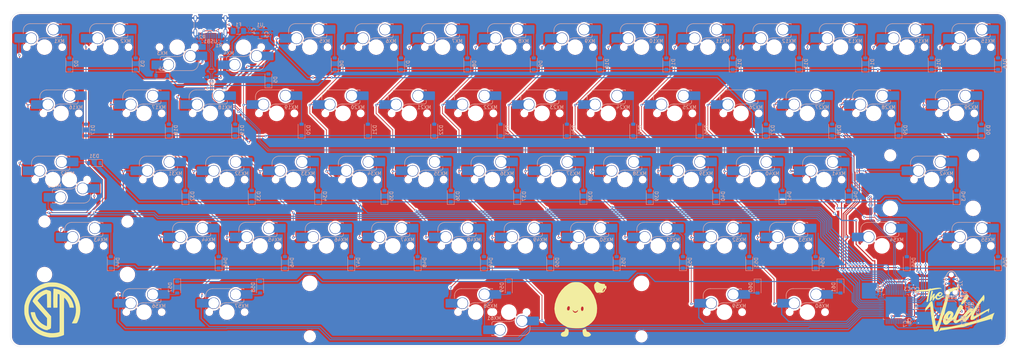
<source format=kicad_pcb>
(kicad_pcb (version 20240108) (generator "pcbnew") (generator_version "8.0")
  (layers (0 "F.Cu" signal) (31 "B.Cu" signal) (34 "B.Paste" user) (35 "F.Paste" user) (36 "B.SilkS" user "B.Silkscreen") (37 "F.SilkS" user "F.Silkscreen") (38 "B.Mask" user) (39 "F.Mask" user) (44 "Edge.Cuts" user))
  (net 0 "")
  (net 1 "+3V3")
  (net 2 "GND")
  (net 3 "+5V")
  (net 4 "BOOT0")
  (net 5 "Net-(QR1-G)")
  (net 6 "NRST")
  (net 7 "D-")
  (net 8 "D+")
  (net 9 "VBUS")
  (net 11 "SWDIO")
  (net 12 "SWCLK")
  (net 13 "/CC2")
  (net 14 "/CC1")
  (net 15 "PA9")
  (net 16 "PB8")
  (net 17 "PB4")
  (net 18 "PA7")
  (net 20 "PB7")
  (net 21 "PB12")
  (net 22 "PB0")
  (net 25 "PA5")
  (net 28 "PA6")
  (net 31 "PB10")
  (net 32 "PA8")
  (net 34 "PB15")
  (net 35 "PB13")
  (net 36 "PA2")
  (net 37 "PB9")
  (net 38 "PB3")
  (net 39 "PB2")
  (net 40 "PB1")
  (net 41 "PA3")
  (net 42 "PA4")
  (net 43 "PA1")
  (net 44 "PB11")
  (net 45 "PB14")
  (net 46 "PB6")
  (net 47 "PA10")
  (net 50 "Net-(D2-A)")
  (net 51 "Net-(D3-A)")
  (net 52 "Net-(D4-A)")
  (net 53 "Net-(D5-A)")
  (net 54 "Net-(D6-A)")
  (net 55 "Net-(D7-A)")
  (net 56 "Net-(D8-A)")
  (net 57 "Net-(D9-A)")
  (net 58 "Net-(D10-A)")
  (net 59 "Net-(D11-A)")
  (net 60 "Net-(D12-A)")
  (net 61 "Net-(D13-A)")
  (net 62 "Net-(D14-A)")
  (net 63 "Net-(D15-A)")
  (net 64 "Net-(D16-A)")
  (net 65 "Net-(D17-A)")
  (net 66 "Net-(D18-A)")
  (net 67 "Net-(D19-A)")
  (net 68 "Net-(D20-A)")
  (net 69 "Net-(D21-A)")
  (net 70 "Net-(D22-A)")
  (net 71 "Net-(D23-A)")
  (net 72 "Net-(D24-A)")
  (net 73 "Net-(D25-A)")
  (net 74 "Net-(D26-A)")
  (net 75 "Net-(D27-A)")
  (net 76 "Net-(D28-A)")
  (net 77 "Net-(D29-A)")
  (net 78 "Net-(D30-A)")
  (net 79 "Net-(D31-A)")
  (net 80 "Net-(D32-A)")
  (net 81 "Net-(D33-A)")
  (net 82 "Net-(D34-A)")
  (net 83 "Net-(D35-A)")
  (net 84 "Net-(D36-A)")
  (net 85 "Net-(D37-A)")
  (net 86 "Net-(D38-A)")
  (net 87 "Net-(D39-A)")
  (net 88 "Net-(D40-A)")
  (net 89 "Net-(D41-A)")
  (net 90 "Net-(D42-A)")
  (net 91 "Net-(D43-A)")
  (net 92 "Net-(D44-A)")
  (net 93 "Net-(D45-A)")
  (net 94 "Net-(D46-A)")
  (net 95 "Net-(D47-A)")
  (net 96 "Net-(D48-A)")
  (net 97 "Net-(D49-A)")
  (net 98 "Net-(D50-A)")
  (net 99 "Net-(D51-A)")
  (net 100 "Net-(D52-A)")
  (net 101 "Net-(D53-A)")
  (net 102 "Net-(D54-A)")
  (net 103 "Net-(D55-A)")
  (net 104 "Net-(D56-A)")
  (net 105 "Net-(D57-A)")
  (net 106 "Net-(D58-A)")
  (net 107 "Net-(D59-A)")
  (net 108 "Net-(D60-A)")
  (net 109 "Net-(D61-A)")
  (net 110 "PA15")
  (footprint "PCM_marbastlib-mx:STAB_MX_2.25u" (layer "F.Cu") (at 45.819235 90.944615)
    (property "Reference" "S2" (hide yes))
    (property "Value" "2.25 LShift")
  )
  (footprint "LOGO" (layer "F.Cu") (at 36.14 109.37)
    (property "Reference" "G***" (hide yes))
    (property "Value" "LOGO" (hide yes))
  )
  (footprint "PCM_marbastlib-mx:STAB_MX_2.25u" (layer "F.Cu") (at 288.706735 71.894615)
    (property "Reference" "S1" (hide yes))
    (property "Value" "2.25u ANSI Enter")
  )
  (footprint "LOGO" (layer "F.Cu") (at 295.56 109.33)
    (property "Reference" "G***" (hide yes))
    (property "Value" "LOGO" (hide yes))
  )
  (footprint "LOGO" (layer "F.Cu") (at 187.765211 109.213765)
    (property "Reference" "G***" (hide yes))
    (property "Value" "LOGO" (hide yes))
  )
  (footprint "PCM_marbastlib-mx:STAB_MX_6u_New" (layer "F.Cu") (at 157.737985 109.994615 180)
    (property "Reference" "S3" (hide yes))
    (property "Value" "6u Spacebar")
  )
  (footprint "Diode_SMD:D_SOD-123" (layer "B.Cu") (at 307.756735 38.557115 90)
    (property "Reference" "D16")
    (property "Value" "1N4148W")
  )
  (footprint "PCM_marbastlib-mx:SW_MX_HS_CPG151101S11_1u" (layer "B.Cu") (at 105.350485 71.894615 180)
    (property "Reference" "MX33")
    (property "Value" "MX_SW_HS")
  )
  (footprint "Diode_SMD:D_SOD-123" (layer "B.Cu") (at 67.569501 41.970483 180)
    (property "Reference" "D4")
    (property "Value" "1N4148W")
  )
  (footprint "PCM_marbastlib-various:CON_TC2030_outlined" (layer "B.Cu") (at 294.349033 101.800746 -90)
    (property "Reference" "J2")
    (property "Value" "TC2030_SWD" (hide yes))
  )
  (footprint "Diode_SMD:D_SOD-123" (layer "B.Cu") (at 93.444235 76.657115 90)
    (property "Reference" "D33")
    (property "Value" "1N4148W")
  )
  (footprint "Diode_SMD:D_SOD-123" (layer "B.Cu") (at 212.506735 38.557115 90)
    (property "Reference" "D11")
    (property "Value" "1N4148W")
  )
  (footprint "Diode_SMD:D_SOD-123" (layer "B.Cu") (at 295.850485 76.657115 90)
    (property "Reference" "D43")
    (property "Value" "1N4148W")
  )
  (footprint "PCM_marbastlib-mx:SW_MX_HS_CPG151101S11_1u" (layer "B.Cu") (at 300.612985 90.944615 180)
    (property "Reference" "MX55")
    (property "Value" "MX_SW_HS")
  )
  (footprint "Package_QFP:LQFP-48_7x7mm_P0.5mm" (layer "B.Cu") (at 278.426368 108.508784 90)
    (property "Reference" "U2")
    (property "Value" "STM32F072CBT6")
  )
  (footprint "Diode_SMD:D_SOD-123" (layer "B.Cu") (at 169.644235 76.657115 90)
    (property "Reference" "D37")
    (property "Value" "1N4148W")
  )
  (footprint "PCM_marbastlib-mx:SW_MX_HS_CPG151101S11_1.5u" (layer "B.Cu") (at 86.300485 109.994615 180)
    (property "Reference" "MX57")
    (property "Value" "MX_SW_HS")
  )
  (footprint "Capacitor_SMD:C_0402_1005Metric" (layer "B.Cu") (at 98.824116 30.179289 -90)
    (property "Reference" "C5")
    (property "Value" "1uF")
  )
  (footprint "Capacitor_SMD:C_0402_1005Metric" (layer "B.Cu") (at 92.870856 29.170974 90)
    (property "Reference" "C4")
    (property "Value" "1uF")
  )
  (footprint "Diode_SMD:D_SOD-123" (layer "B.Cu") (at 48.200485 67.132115 180)
    (property "Reference" "D31")
    (property "Value" "1N4148W")
  )
  (footprint "PCM_marbastlib-mx:SW_MX_HS_CPG151101S11_1u" (layer "B.Cu") (at 257.750485 71.894615 180)
    (property "Reference" "MX41")
    (property "Value" "MX_SW_HS")
  )
  (footprint "Resistor_SMD:R_0402_1005Metric" (layer "B.Cu") (at 299.448978 108.944658 180)
    (property "Reference" "RR2")
    (property "Value" "10k")
  )
  (footprint "Resistor_SMD:R_0402_1005Metric" (layer "B.Cu") (at 83.975912 32.112278)
    (property "Reference" "R1")
    (property "Value" "5k1")
  )
  (footprint "Package_TO_SOT_SMD:SOT-143" (layer "B.Cu") (at 81.857325 41.67282)
    (property "Reference" "D1")
    (property "Value" "PRTR5V0U2X")
  )
  (footprint "Diode_SMD:D_SOD-123" (layer "B.Cu") (at 136.306735 38.557115 90)
    (property "Reference" "D7")
    (property "Value" "1N4148W")
  )
  (footprint "PCM_marbastlib-mx:SW_MX_HS_CPG151101S11_1u" (layer "B.Cu") (at 229.175485 90.944615 180)
    (property "Reference" "MX52")
    (property "Value" "MX_SW_HS")
  )
  (footprint "Diode_SMD:D_SOD-123" (layer "B.Cu") (at 122.019235 95.707115 90)
    (property "Reference" "D47")
    (property "Value" "1N4148W")
  )
  (footprint "PCM_marbastlib-mx:SW_MX_HS_CPG151101S11_1u" (layer "B.Cu") (at 233.937985 52.844615 180)
    (property "Reference" "MX26")
    (property "Value" "MX_SW_HS")
  )
  (footprint "PCM_marbastlib-mx:SW_MX_HS_CPG151101S11_1u" (layer "B.Cu") (at 152.975485 90.944615 180)
    (property "Reference" "MX48")
    (property "Value" "MX_SW_HS")
  )
  (footprint "PCM_marbastlib-mx:SW_MX_HS_CPG151101S11_1u" (layer "B.Cu") (at 148.212985 33.794615 180)
    (property "Reference" "MX7")
    (property "Value" "MX_SW_HS")
  )
  (footprint "PCM_marbastlib-mx:SW_MX_HS_CPG151101S11_1u" (layer "B.Cu") (at 110.112985 33.794615 180)
    (property "Reference" "MX5")
    (property "Value" "MX_SW_HS")
  )
  (footprint "Diode_SMD:D_SOD-123" (layer "B.Cu") (at 183.931735 57.607115 90)
    (property "Reference" "D24")
    (property "Value" "1N4148W")
  )
  (footprint "PCM_marbastlib-mx:SW_MX_HS_CPG151101S11_1u" (layer "B.Cu") (at 252.987985 52.844615 180)
    (property "Reference" "MX27")
    (property "Value" "MX_SW_HS")
  )
  (footprint "PCM_marbastlib-mx:SW_MX_HS_CPG151101S11_1u" (layer "B.Cu") (at 133.925485 90.944615 180)
    (property "Reference" "MX47")
    (property "Value" "MX_SW_HS")
  )
  (footprint "PCM_marbastlib-mx:SW_MX_HS_CPG151101S11_1u" (layer "B.Cu") (at 81.537985 52.844615 180)
    (property "Reference" "MX18")
    (property "Value" "MX_SW_HS")
  )
  (footprint "PCM_marbastlib-mx:SW_MX_HS_CPG151101S11_1u" (layer "B.Cu") (at 219.650485 71.894615 180)
    (property "Reference" "MX39")
    (property "Value" "MX_SW_HS")
  )
  (footprint "PCM_marbastlib-mx:SW_MX_HS_CPG151101S11_1u" (layer "B.Cu") (at 72.012985 33.794615)
    (property "Reference" "MX3")
    (property "Value" "MX_SW_HS")
  )
  (footprint "PCM_marbastlib-mx:SW_MX_HS_CPG151101S11_1.75u" (layer "B.Cu") (at 274.419235 90.944615 180)
    (property "Reference" "MX54")
    (property "Value" "MX_SW_HS")
  )
  (footprint "Diode_SMD:D_SOD-123" (layer "B.Cu") (at 269.656735 38.557115 90)
    (property "Reference" "D14")
    (property "Value" "1N4148W")
  )
  (footprint "PCM_marbastlib-mx:SW_MX_HS_CPG151101S11_1u" (layer "B.Cu") (at 62.487985 52.844615 180)
    (property "Reference" "MX17")
    (property "Value" "MX_SW_HS")
  )
  (footprint "Diode_SMD:D_SOD-123" (layer "B.Cu") (at 264.894235 76.657115 90)
    (property "Reference" "D42")
    (property "Value" "1N4148W")
  )
  (footprint "PCM_marbastlib-mx:SW_MX_HS_CPG151101S11_1u" (layer "B.Cu") (at 191.075485 90.944615 180)
    (property "Reference" "MX50")
    (property "Value" "MX_SW_HS")
  )
  (footprint "PCM_marbastlib-mx:SW_MX_HS_CPG151101S11_1u" (layer "B.Cu") (at 76.775485 90.944615 180)
    (property "Reference" "MX44")
    (property "Value" "MX_SW_HS")
  )
  (footprint "Diode_SMD:D_SOD-123" (layer "B.Cu") (at 72.012985 102.850865 -90)
    (property "Reference" "D57")
    (property "Value" "1N4148W")
  )
  (footprint "Diode_SMD:D_SOD-123" (layer "B.Cu") (at 52.962985 95.707115 90)
    (property "Reference" "D44")
    (property "Value" "1N4148W")
  )
  (footprint "PCM_marbastlib-mx:SW_MX_HS_CPG151101S11_1u" (layer "B.Cu") (at 300.612985 33.794615 180)
    (property "Reference" "MX15")
    (property "Value" "MX_SW_HS")
  )
  (footprint "PCM_marbastlib-mx:SW_MX_HS_CPG151101S11_1u" (layer "B.Cu") (at 45.819235 90.944615 180)
    (property "Reference" "MX43")
    (property "Value" "MX_SW_HS")
  )
  (footprint "Capacitor_SMD:C_0402_1005Metric" (layer "B.Cu") (at 283.481857 112.605033 -90)
    (property "Reference" "C6")
    (property "Value" "1uF")
  )
  (footprint "Resistor_SMD:R_0402_1005Metric" (layer "B.Cu") (at 297.365337 105.372702 90)
    (property "Reference" "RR1")
    (property "Value" "33k")
  )
  (footprint "PCM_marbastlib-mx:SW_MX_HS_CPG151101S11_1u" (layer "B.Cu") (at 86.300485 71.894615 180)
    (property "Reference" "MX32")
    (property "Value" "MX_SW_HS")
  )
  (footprint "PCM_marbastlib-mx:SW_MX_HS_CPG151101S11_1u" (layer "B.Cu") (at 33.912985 33.794615 180)
    (property "Reference" "MX1")
    (property "Value" "MX_SW_HS")
  )
  (footprint "Diode_SMD:D_SOD-123" (layer "B.Cu") (at 245.844235 76.657115 90)
    (property "Reference" "D41")
    (property "Value" "1N4148W")
  )
  (footprint "Button_Switch_SMD:SW_SPST_TL3342" (layer "B.Cu") (at 294.091044 109.539984 180)
    (property "Reference" "SWR1")
    (property "Value" "TS-1187A-B-A-B")
  )
  (footprint "PCM_marbastlib-mx:SW_MX_HS_CPG151101S11_1u" (layer "B.Cu") (at 138.687985 52.844615 180)
    (property "Reference" "MX21")
    (property "Value" "MX_SW_HS")
  )
  (footprint "PCM_marbastlib-mx:SW_MX_HS_CPG151101S11_1u" (layer "B.Cu") (at 214.887985 52.844615 180)
    (property "Reference" "MX25")
    (property "Value" "MX_SW_HS")
  )
  (footprint "PCM_marbastlib-mx:SW_MX_HS_CPG151101S11_1u" (layer "B.Cu") (at 91.062985 33.794615)
    (property "Reference" "MX4")
    (property "Value" "MX_SW_HS")
  )
  (footprint "Diode_SMD:D_SOD-123" (layer "B.Cu") (at 188.694235 76.657115 90)
    (property "Reference" "D38")
    (property "Value" "1N4148W")
  )
  (footprint "PCM_marbastlib-mx:SW_MX_HS_CPG151101S11_1.5u" (layer "B.Cu") (at 229.175485 109.994615 180)
    (property "Reference" "MX59")
    (property "Value" "MX_SW_HS")
  )
  (footprint "Diode_SMD:D_SOD-123" (layer "B.Cu") (at 288.706735 38.557115 90)
    (property "Reference" "D15")
    (property "Value" "1N4148W")
  )
  (footprint "PCM_marbastlib-mx:SW_MX_HS_CPG151101S11_1u" (layer "B.Cu") (at 95.825485 90.944615 180)
    (property "Reference" "MX45")
    (property "Value" "MX_SW_HS")
  )
  (footprint "PCM_marbastlib-mx:SW_MX_HS_CPG151101S11_1u" (layer "B.Cu") (at 114.875485 90.944615 180)
    (property "Reference" "MX46")
    (property "Value" "MX_SW_HS")
  )
  (footprint "PCM_marbastlib-mx:SW_MX_HS_CPG151101S11_1u" (layer "B.Cu") (at 243.462985 33.794615 180)
    (property "Reference" "MX12")
    (property "Value" "MX_SW_HS")
  )
  (footprint "PCM_marbastlib-various:USB_C_Receptacle_HRO_TYPE-C-31-M-12" (layer "B.Cu") (at 81.559662 26.492007)
    (property "Reference" "USB1")
    (property "Value" "USB_C_Receptacle_USB2.0_16P")
  )
  (footprint "Capacitor_SMD:C_0402_1005Metric" (layer "B.Cu") (at 282.291205 113.382696 -90)
    (property "Reference" "C7")
    (property "Value" "100nF")
  )
  (footprint "Diode_SMD:D_SOD-123" (layer "B.Cu") (at 202.981735 57.607115 90)
    (property "Reference" "D25")
    (property "Value" "1N4148W")
  )
  (footprint "Diode_SMD:D_SOD-123" (layer "B.Cu") (at 102.969235 95.707115 90)
    (property "Reference" "D46")
    (property "Value" "1N4148W")
  )
  (footprint "PCM_marbastlib-mx:SW_MX_HS_CPG151101S11_1u" (layer "B.Cu") (at 205.362985 33.794615 180)
    (property "Reference" "MX10")
    (property "Value" "MX_SW_HS")
  )
  (footprint "Diode_SMD:D_SOD-123" (layer "B.Cu") (at 155.356735 38.557115 90)
    (property "Reference" "D8")
    (property "Value" "1N4148W")
  )
  (footprint "PCM_marbastlib-mx:SW_MX_HS_CPG151101S11_1u" (layer "B.Cu") (at 181.550485 71.894615 180)
    (property "Reference" "MX37")
    (property "Value" "MX_SW_HS")
  )
  (footprint "Resistor_SMD:R_0402_1005Metric" (layer "B.Cu") (at 300.937293 109.454658 90)
    (property "Reference" "RR3")
    (property "Value" "100k")
  )
  (footprint "Diode_SMD:D_SOD-123" (layer "B.Cu") (at 238.700485 102.850865 -90)
    (property "Reference" "D60")
    (property "Value" "1N4148W")
  )
  (footprint "Diode_SMD:D_SOD-123" (layer "B.Cu") (at 179.169235 95.707115 90)
    (property "Reference" "D50")
    (property "Value" "1N4148W")
  )
  (footprint "Diode_SMD:D_SOD-123" (layer "B.Cu") (at 302.994235 57.607115 90)
    (property "Reference" "D30")
    (property "Value" "1N4148W")
  )
  (footprint "Diode_SMD:D_SOD-123" (layer "B.Cu") (at 222.031735 57.607115 90)
    (property "Reference" "D26")
    (property "Value" "1N4148W")
  )
  (footprint "PCM_marbastlib-mx:SW_MX_HS_CPG151101S11_1u" (layer "B.Cu") (at 281.562985 33.794615 180)
    (property "Reference" "MX14")
    (property "Value" "MX_SW_HS")
  )
  (footprint "PCM_marbastlib-mx:SW_MX_HS_CPG151101S11_1u" (layer "B.Cu") (at 143.450485 71.894615 180)
    (property "Reference" "MX35")
    (property "Value" "MX_SW_HS")
  )
  (footprint "PCM_marbastlib-mx:SW_MX_HS_CPG151101S11_1u" (layer "B.Cu") (at 238.700485 71.894615 180)
    (property "Reference" "MX40")
    (property "Value" "MX_SW_HS")
  )
  (footprint "Diode_SMD:D_SOD-123" (layer "B.Cu") (at 98.22879 43.161135 90)
    (property "Reference" "D5")
    (property "Value" "1N4148W")
  )
  (footprint "Diode_SMD:D_SOD-123" (layer "B.Cu") (at 167.262985 102.850865 -90)
    (property "Reference" "D59")
    (property "Value" "1N4148W")
  )
  (footprint "Capacitor_SMD:C_0402_1005Metric" (layer "B.Cu") (at 273.841315 104.865795 180)
    (property "Reference" "C8")
    (property "Value" "4.7uF")
  )
  (footprint "PCM_marbastlib-mx:SW_MX_HS_CPG151101S11_1u" (layer "B.Cu") (at 288.706735 71.894615 180)
    (property "Reference" "MX42")
    (property "Value" "MX_SW_HS")
  )
  (footprint "PCM_marbastlib-mx:SW_MX_HS_CPG151101S11_1.75u" (layer "B.Cu") (at 41.056735 71.894615)
    (property "Reference" "MX30")
    (property "Value" "MX_SW_HS")
  )
  (footprint "Capacitor_SMD:C_0402_1005Metric" (layer "B.Cu") (at 282.291205 103.675143 90)
    (property "Reference" "C1")
    (property "Value" "4.7uF")
  )
  (footprint "PCM_marbastlib-mx:SW_MX_HS_CPG151101S11_1u" (layer "B.Cu") (at 162.500485 71.894615 180)
    (property "Reference" "MX36")
    (property "Value" "MX_SW_HS")
  )
  (footprint "PCM_marbastlib-mx:SW_MX_HS_CPG151101S11_1u" (layer "B.Cu") (at 100.587985 52.844615 180)
    (property "Reference" "MX19")
    (property "Value" "MX_SW_HS")
  )
  (footprint "Diode_SMD:D_SOD-123" (layer "B.Cu") (at 145.831735 57.607115 90)
    (property "Reference" "D22")
    (property "Value" "1N4148W")
  )
  (footprint "Fuse:Fuse_1206_3216Metric_Pad1.42x1.75mm_HandSolder" (layer "B.Cu") (at 89.596563 29.170974 180)
    (property "Reference" "F1")
    (property "Value" "500mA")
  )
  (footprint "Diode_SMD:D_SOD-123" (layer "B.Cu") (at 198.219235 95.707115 90)
    (property "Reference" "D51")
    (property "Value" "1N4148W")
  )
  (footprint "PCM_marbastlib-mx:SW_MX_HS_CPG151101S11_1u" (layer "B.Cu") (at 167.262985 109.994615)
    (property "Reference" "MX61")
    (property "Value" "MX_SW_HS")
  )
  (footprint "Capacitor_SMD:C_0402_1005Metric" (layer "B.Cu") (at 298.555989 105.372702 -90)
    (property "Reference" "CR2")
    (property "Value" "1uF")
  )
  (footprint "Diode_SMD:D_SOD-123" (layer "B.Cu") (at 74.394235 76.657115 90)
    (property "Reference" "D32")
    (property "Value" "1N4148W")
  )
  (footprint "PCM_marbastlib-mx:SW_MX_HS_CPG151101S11_1u" (layer "B.Cu") (at 200.600485 71.894615 180)
    (property "Reference" "MX38")
    (property "Value" "MX_SW_HS")
  )
  (footprint "Capacitor_SMD:C_0402_1005Metric" (layer "B.Cu") (at 273.841315 103.675143 180)
    (property "Reference" "C9")
    (property "Value" "100nF")
  )
  (footprint "Diode_SMD:D_SOD-123" (layer "B.Cu") (at 83.919235 95.707115 90)
    (property "Reference" "D45")
    (property "Value" "1N4148W")
  )
  (footprint "PCM_marbastlib-mx:SW_MX_HS_CPG151101S11_1u" (layer "B.Cu") (at 252.987985 109.994615 180)
    (property "Reference" "MX60")
    (property "Value" "MX_SW_HS")
  )
  (footprint "PCM_marbastlib-mx:SW_MX_HS_CPG151101S11_1u" (layer "B.Cu") (at 157.737985 52.844615 180)
    (property "Reference" "MX22")
    (property "Value" "MX_SW_HS")
  )
  (footprint "Diode_SMD:D_SOD-123" (layer "B.Cu") (at 131.544235 76.657115 90)
    (property "Reference" "D35")
    (property "Value" "1N4148W")
  )
  (footprint "PCM_marbastlib-mx:SW_MX_HS_CPG151101S11_1.5u" (layer "B.Cu") (at 38.675485 52.844615 180)
    (property "Reference" "MX16")
    (property "Value" "MX_SW_HS")
  )
  (footprint "Diode_SMD:D_SOD-123" (layer "B.Cu") (at 217.269235 95.707115 90)
    (property "Reference" "D52")
    (property "Value" "1N4148W")
  )
  (footprint "PCM_marbastlib-mx:SW_MX_HS_CPG151101S11_1u" (layer "B.Cu") (at 176.787985 52.844615 180)
    (property "Reference" "MX23")
    (property "Value" "MX_SW_HS")
  )
  (footprint "PCM_marbastlib-mx:SW_MX_HS_CPG151101S11_1.5u" (layer "B.Cu") (at 295.850485 52.844615 180)
    (property "Reference" "MX29")
    (property "Value" "MX_SW_HS")
  )
  (footprint "Diode_SMD:D_SOD-123" (layer "B.Cu") (at 160.119235 95.707115 90)
    (property "Reference" "D49")
    (property "Value" "1N4148W")
  )
  (footprint "Diode_SMD:D_SOD-123" (layer "B.Cu") (at 45.819235 57.607115 90)
    (property "Reference" "D17")
    (property "Value" "1N4148W")
  )
  (footprint "Diode_SMD:D_SOD-123" (layer "B.Cu") (at 307.756735 95.707115 90)
    (property "Reference" "D56")
    (property "Value" "1N4148W")
  )
  (footprint "Diode_SMD:D_SOD-123" (layer "B.Cu") (at 193.456735 38.557115 90)
    (property "Reference" "D10")
    (property "Value" "1N4148W")
  )
  (footprint "Capacitor_SMD:C_0402_1005Metric" (layer "B.Cu") (at 283.481857 103.675143 90)
    (property "Reference" "C2")
    (property "Value" "100nF")
  )
  (footprint "PCM_marbastlib-mx:SW_MX_HS_CPG151101S11_1u" (layer "B.Cu") (at 67.250485 71.894615 180)
    (property "Reference" "MX31")
    (property "Value" "MX_SW_HS")
  )
  (footprint "Diode_SMD:D_SOD-123" (layer "B.Cu") (at 250.606735 38.557115 90)
    (property "Reference" "D13")
    (property "Value" "1N4148W")
  )
  (footprint "Diode_SMD:D_SOD-123" (layer "B.Cu") (at 207.744235 76.657115 90)
    (property "Reference" "D39")
    (property "Value" "1N4148W")
  )
  (footprint "Capacitor_SMD:C_0402_1005Metric" (layer "B.Cu") (at 281.695879 102.186828)
    (property "Reference" "C3")
    (property "Value" "100nF")
  )
  (footprint "PCM_marbastlib-mx:SW_MX_HS_CPG151101S11_1u" (layer "B.Cu") (at 119.637985 52.844615 180)
    (property "Reference" "MX20")
    (property "Value" "MX_SW_HS")
  )
  (footprint "PCM_marbastlib-mx:SW_MX_HS_CPG151101S11_1u" (layer "B.Cu") (at 167.262985 33.794615 180)
    (property "Reference" "MX8")
    (property "Value" "MX_SW_HS")
  )
  (footprint "Diode_SMD:D_SOD-123" (layer "B.Cu") (at 150.594235 76.657115 90)
    (property "Reference" "D36")
    (property "Value" "1N4148W")
  )
  (footprint "Diode_SMD:D_SOD-123" (layer "B.Cu") (at 231.556735 38.557115 90)
    (property "Reference" "D12")
    (property "Value" "1N4148W")
  )
  (footprint "Diode_SMD:D_SOD-123" (layer "B.Cu") (at 107.731735 57.607115 90)
    (property "Reference" "D20")
    (property "Value" "1N4148W")
  )
  (footprint "Capacitor_SMD:C_0402_1005Metric" (layer "B.Cu") (at 299.448978 110.13531 180)
    (property "Reference" "CR1")
    (property "Value" "10uF")
  )
  (footprint "Diode_SMD:D_SOD-123" (layer "B.Cu") (at 69.631735 57.607115 90)
    (property "Reference" "D18")
    (property "Value" "1N4148W")
  )
  (footprint "PCM_marbastlib-mx:SW_MX_HS_CPG151101S11_1u" (layer "B.Cu") (at 248.225485 90.944615 180)
    (property "Reference" "MX53")
    (property "Value" "MX_SW_HS")
  )
  (footprint "PCM_marbastlib-mx:SW_MX_HS_CPG151101S11_1u" (layer "B.Cu") (at 52.962985 33.794615 180)
    (property "Reference" "MX2")
    (property "Value" "MX_SW_HS")
  )
  (footprint "Diode_SMD:D_SOD-123" (layer "B.Cu") (at 226.794235 76.657115 90)
    (property "Reference" "D40")
    (property "Value" "1N4148W")
  )
  (footprint "Diode_SMD:D_SOD-123" (layer "B.Cu") (at 88.681735 57.607115 90)
    (property "Reference" "D19")
    (property "Value" "1N4148W")
  )
  (footprint "Package_TO_SOT_SMD:SOT-23" (layer "B.Cu") (at 95.802975 29.7663 180)
    (property "Reference" "U1")
    (property "Value" "XC6206P332MR")
  )
  (footprint "PCM_marbastlib-mx:SW_MX_HS_CPG151101S11_1u" (layer "B.Cu") (at 186.312985 33.794615 180)
    (property "Reference" "MX9")
    (property "Value" "MX_SW_HS")
  )
  (footprint "Diode_SMD:D_SOD-123" (layer "B.Cu") (at 260.131735 57.607115 90)
    (property "Reference" "D28")
    (property "Value" "1N4148W")
  )
  (footprint "PCM_marbastlib-mx:SW_MX_HS_CPG151101S11_1u" (layer "B.Cu") (at 224.412985 33.794615 180)
    (property "Reference" "MX11")
    (property "Value" "MX_SW_HS")
  )
  (footprint "Diode_SMD:D_SOD-123" (layer "B.Cu") (at 241.081735 57.607115 90)
    (property "Reference" "D27")
    (property "Value" "1N4148W")
  )
  (footprint "Diode_SMD:D_SOD-123" (layer "B.Cu") (at 164.881735 57.607115 90)
    (property "Reference" "D23")
    (property "Value" "1N4148W")
  )
  (footprint "PCM_marbastlib-mx:SW_MX_HS_CPG151101S11_1u" (layer "B.Cu") (at 124.400485 71.894615 180)
    (property "Reference" "MX34")
    (property "Value" "MX_SW_HS")
  )
  (footprint "Diode_SMD:D_SOD-123" (layer "B.Cu") (at 141.069235 95.707115 90)
    (property "Reference" "D48")
    (property "Value" "1N4148W")
  )
  (footprint "Diode_SMD:D_SOD-123" (layer "B.Cu") (at 112.494235 76.657115 90)
    (property "Reference" "D34")
    (property "Value" "1N4148W")
  )
  (footprint "PCM_marbastlib-mx:SW_MX_HS_CPG151101S11_1u" (layer "B.Cu") (at 262.512985 33.794615 180)
    (property "Reference" "MX13")
    (property "Value" "MX_SW_HS")
  )
  (footprint "PCM_marbastlib-mx:SW_MX_HS_CPG151101S11_1u" (layer "B.Cu") (at 172.025485 90.944615 180)
    (property "Reference" "MX49")
    (property "Value" "MX_SW_HS")
  )
  (footprint "PCM_marbastlib-mx:SW_MX_HS_CPG151101S11_1.75u_STP_1.25" (layer "B.Cu") (at 36.294235 71.894615 180)
    (property "Reference" "MX62")
    (property "Value" "MX_SW_HS")
  )
  (footprint "PCM_marbastlib-mx:SW_MX_HS_CPG151101S11_1u" (layer "B.Cu") (at 272.037985 52.844615 180)
    (property "Reference" "MX28")
    (property "Value" "MX_SW_HS")
  )
  (footprint "Diode_SMD:D_SOD-123" (layer "B.Cu") (at 281.562985 95.707115 90)
    (property "Reference" "D55")
    (property "Value" "1N4148W")
  )
  (footprint "PCM_marbastlib-mx:SW_MX_HS_CPG151101S11_1u" (layer "B.Cu") (at 62.487985 109.994615 180)
    (property "Reference" "MX56")
    (property "Value" "MX_SW_HS")
  )
  (footprint "PCM_marbastlib-mx:SW_MX_HS_CPG151101S11_1u" (layer "B.Cu") (at 157.737985 109.994615 180)
    (property "Reference" "MX58")
    (property "Value" "MX_SW_HS")
  )
  (footprint "PCM_marbastlib-mx:SW_MX_HS_CPG151101S11_1u" (layer "B.Cu") (at 129.162985 33.794615 180)
    (property "Reference" "MX6")
    (property "Value" "MX_SW_HS")
  )
  (footprint "Diode_SMD:D_SOD-123" (layer "B.Cu") (at 126.781735 57.607115 90)
    (property "Reference" "D21")
    (property "Value" "1N4148W")
  )
  (footprint "Diode_SMD:D_SOD-123" (layer "B.Cu") (at 255.369235 95.707115 90)
    (property "Reference" "D54")
    (property "Value" "1N4148W")
  )
  (footprint "PCM_marbastlib-mx:SW_MX_HS_CPG151101S11_1u" (layer "B.Cu") (at 195.837985 52.844615 180)
    (property "Reference" "MX24")
    (property "Value" "MX_SW_HS")
  )
  (footprint "Diode_SMD:D_SOD-123" (layer "B.Cu") (at 95.825485 102.850865 -90)
    (property "Reference" "D58")
    (property "Value" "1N4148W")
  )
  (footprint "Diode_SMD:D_SOD-123" (layer "B.Cu") (at 60.106735 38.557115 90)
    (property "Reference" "D3")
    (property "Value" "1N4148W")
  )
  (footprint "Diode_SMD:D_SOD-123" (layer "B.Cu") (at 174.406735 38.557115 90)
    (property "Reference" "D9")
    (property "Value" "1N4148W")
  )
  (footprint "Package_TO_SOT_SMD:SOT-23" (layer "B.Cu") (at 300.044304 112.516614 -90)
    (property "Reference" "QR1")
    (property "Value" "2N7002")
  )
  (footprint "PCM_marbastlib-mx:SW_MX_HS_CPG151101S11_1u" (layer "B.Cu") (at 210.125485 90.944615 180)
    (property "Reference" "MX51")
    (property "Value" "MX_SW_HS")
  )
  (footprint "Diode_SMD:D_SOD-123" (layer "B.Cu") (at 262.512985 102.850865 -90)
    (property "Reference" "D61")
    (property "Value" "1N4148W")
  )
  (footprint "Resistor_SMD:R_0402_1005Metric" (layer "B.Cu") (at 79.235912 32.112278 180)
    (property "Reference" "R2")
    (property "Value" "5k1")
  )
  (footprint "Diode_SMD:D_SOD-123" (layer "B.Cu") (at 279.181735 57.607115 90)
    (property "Reference" "D29")
    (property "Value" "1N4148W")
  )
  (footprint "Diode_SMD:D_SOD-123" (layer "B.Cu") (at 236.319235 95.707115 90)
    (property "Reference" "D53")
    (property "Value" "1N4148W")
  )
  (footprint "Diode_SMD:D_SOD-123" (layer "B.Cu") (at 117.256735 38.557115 90)
    (property "Reference" "D6")
    (property "Value" "1N4148W")
  )
  (footprint "Diode_SMD:D_SOD-123" (layer "B.Cu") (at 41.056735 38.557115 90)
    (property "Reference" "D2")
    (property "Value" "1N4148W")
  )
  (gr_line (start 310.462509 26.78967) (end 310.462509 116.08857) (stroke (width 0.05)) (layer "Edge.Cuts"))
  (gr_line (start 306.59289 119.958189) (end 307.464725 119.937035) (stroke (width 0.05)) (layer "Edge.Cuts"))
  (gr_arc (start 24.110703 26.78967) (mid 24.982538 24.684875) (end 27.087333 23.81304) (stroke (width 0.05)) (layer "Edge.Cuts"))
  (gr_arc (start 307.485879 23.81304) (mid 309.590674 24.684875) (end 310.462509 26.78967) (stroke (width 0.05)) (layer "Edge.Cuts"))
  (gr_line (start 24.110703 116.08857) (end 24.110703 116.981559) (stroke (width 0.05)) (layer "Edge.Cuts"))
  (gr_line (start 24.110703 26.78967) (end 24.110703 116.08857) (stroke (width 0.05)) (layer "Edge.Cuts"))
  (gr_line (start 27.087333 119.958189) (end 306.59289 119.958189) (stroke (width 0.05)) (layer "Edge.Cuts"))
  (gr_arc (start 310.441355 116.960405) (mid 309.56952 119.0652) (end 307.464725 119.937035) (stroke (width 0.05)) (layer "Edge.Cuts"))
  (gr_line (start 27.087333 23.81304) (end 307.485879 23.81304) (stroke (width 0.05)) (layer "Edge.Cuts"))
  (gr_arc (start 27.087333 119.958189) (mid 24.982538 119.086354) (end 24.110703 116.981559) (stroke (width 0.05)) (layer "Edge.Cuts"))
  (gr_line (start 310.462509 116.08857) (end 310.441355 116.960405) (stroke (width 0.05)) (layer "Edge.Cuts"))
  (segment (start 274.254304 102.782154) (end 272.450064 102.782154) (width 0.3) (layer "F.Cu") (net 1))
  (segment (start 290.816751 109.837647) (end 297.365337 109.837647) (width 0.3) (layer "F.Cu") (net 1))
  (segment (start 256.287843 77.094717) (end 260.752788 81.559662) (width 0.3) (layer "F.Cu") (net 1))
  (segment (start 237.237411 57.746622) (end 238.428063 58.937274) (width 0.3) (layer "F.Cu") (net 1))
  (segment (start 272.361645 95.25216) (end 271.766319 95.25216) (width 0.3) (layer "F.Cu") (net 1))
  (segment (start 111.028299 42.565809) (end 116.386233 42.565809) (width 0.3) (layer "F.Cu") (net 1))
  (segment (start 272.361645 102.693735) (end 272.361645 95.25216) (width 0.3) (layer "F.Cu") (net 1))
  (segment (start 277.230934 111.116718) (end 280.505227 111.116718) (width 0.3) (layer "F.Cu") (net 1))
  (segment (start 283.77952 111.414381) (end 289.240017 111.414381) (width 0.3) (layer "F.Cu") (net 1))
  (segment (start 283.77952 105.163458) (end 283.481857 104.865795) (width 0.3) (layer "F.Cu") (net 1))
  (segment (start 242.505485 75.814205) (end 243.785997 77.094717) (width 0.3) (layer "F.Cu") (net 1))
  (segment (start 267.003711 90.489552) (end 267.003711 83.643303) (width 0.3) (layer "F.Cu") (net 1))
  (segment (start 271.766319 95.25216) (end 267.003711 90.489552) (width 0.3) (layer "F.Cu") (net 1))
  (segment (start 238.428063 58.937274) (end 238.428063 68.164827) (width 0.3) (layer "F.Cu") (net 1))
  (segment (start 275.742619 101.293839) (end 274.254304 102.782154) (width 0.3) (layer "F.Cu") (net 1))
  (segment (start 289.240017 111.414381) (end 290.816751 109.837647) (width 0.3) (layer "F.Cu") (net 1))
  (segment (start 242.505485 72.242249) (end 242.505485 75.814205) (width 0.3) (layer "F.Cu") (net 1))
  (segment (start 272.450064 102.782154) (end 272.361645 102.693735) (width 0.3) (layer "F.Cu") (net 1))
  (segment (start 283.77952 111.414381) (end 283.77952 105.163458) (width 0.3) (layer "F.Cu") (net 1))
  (segment (start 238.428063 68.164827) (end 242.505485 72.242249) (width 0.3) (layer "F.Cu") (net 1))
  (segment (start 295.877022 100.610094) (end 296.617076 101.350148) (width 0.3) (layer "F.Cu") (net 1))
  (segment (start 281.100553 101.293839) (end 275.742619 101.293839) (width 0.3) (layer "F.Cu") (net 1))
  (segment (start 296.617076 101.350148) (end 296.617076 105.882702) (width 0.3) (layer "F.Cu") (net 1))
  (segment (start 243.785997 77.094717) (end 256.287843 77.094717) (width 0.3) (layer "F.Cu") (net 1))
  (via (at 283.77952 111.414381) (size 0.6) (drill 0.3) (layers "F.Cu" "B.Cu") (net 1))
  (via (at 116.386233 42.565809) (size 0.6) (drill 0.3) (layers "F.Cu" "B.Cu") (net 1))
  (via (at 267.003711 83.643303) (size 0.6) (drill 0.3) (layers "F.Cu" "B.Cu") (net 1))
  (via (at 280.505227 111.116718) (size 0.6) (drill 0.3) (layers "F.Cu" "B.Cu") (net 1))
  (via (at 260.752788 81.559662) (size 0.6) (drill 0.3) (layers "F.Cu" "B.Cu") (net 1))
  (via (at 297.365337 109.837647) (size 0.6) (drill 0.3) (layers "F.Cu" "B.Cu") (net 1))
  (via (at 277.230934 111.116718) (size 0.6) (drill 0.3) (layers "F.Cu" "B.Cu") (net 1))
  (via (at 111.028299 42.565809) (size 0.6) (drill 0.3) (layers "F.Cu" "B.Cu") (net 1))
  (via (at 295.877022 100.610094) (size 0.6) (drill 0.3) (layers "F.Cu" "B.Cu") (net 1))
  (via (at 283.481857 104.865795) (size 0.6) (drill 0.3) (layers "F.Cu" "B.Cu") (net 1))
  (via (at 274.254304 102.782154) (size 0.6) (drill 0.3) (layers "F.Cu" "B.Cu") (net 1))
  (via (at 237.237411 57.746622) (size 0.6) (drill 0.3) (layers "F.Cu" "B.Cu") (net 1))
  (via (at 281.100553 101.293839) (size 0.6) (drill 0.3) (layers "F.Cu" "B.Cu") (net 1))
  (via (at 296.617076 105.882702) (size 0.6) (drill 0.3) (layers "F.Cu" "B.Cu") (net 1))
  (segment (start 274.254304 102.782154) (end 274.254304 103.608132) (width 0.3) (layer "B.Cu") (net 1))
  (segment (start 98.767105 30.7163) (end 98.824116 30.659289) (width 0.3) (layer "B.Cu") (net 1))
  (segment (start 274.254304 103.608132) (end 274.321315 103.675143) (width 0.3) (layer "B.Cu") (net 1))
  (segment (start 296.617076 105.882702) (end 297.365337 105.882702) (width 0.3) (layer "B.Cu") (net 1))
  (segment (start 98.824116 30.659289) (end 98.824116 31.849941) (width 0.3) (layer "B.Cu") (net 1))
  (segment (start 297.365337 109.837647) (end 297.365337 107.764277) (width 0.3) (layer "B.Cu") (net 1))
  (segment (start 116.386233 42.565809) (end 227.116869 42.565809) (width 0.3) (layer "B.Cu") (net 1))
  (segment (start 280.647293 111.258784) (end 282.588868 111.258784) (width 0.3) (layer "B.Cu") (net 1))
  (segment (start 282.588868 111.258784) (end 283.623923 111.258784) (width 0.3) (layer "B.Cu") (net 1))
  (segment (start 109.539984 42.565809) (end 111.028299 42.565809) (width 0.3) (layer "B.Cu") (net 1))
  (segment (start 295.797674 100.530746) (end 295.877022 100.610094) (width 0.3) (layer "B.Cu") (net 1))
  (segment (start 274.321315 104.865795) (end 274.321315 103.675143) (width 0.3) (layer "B.Cu") (net 1))
  (segment (start 282.291205 104.155143) (end 283.481857 104.155143) (width 0.3) (layer "B.Cu") (net 1))
  (segment (start 282.588868 111.258784) (end 282.615608 111.258784) (width 0.3) (layer "B.Cu") (net 1))
  (segment (start 281.176368 104.346284) (end 282.100064 104.346284) (width 0.3) (layer "B.Cu") (net 1))
  (segment (start 283.068868 112.125033) (end 283.481857 112.125033) (width 0.3) (layer "B.Cu") (net 1))
  (segment (start 274.263868 105.758784) (end 274.263868 104.923242) (width 0.3) (layer "B.Cu") (net 1))
  (segment (start 297.365337 107.764277) (end 297.241044 107.639984) (width 0.3) (layer "B.Cu") (net 1))
  (segment (start 237.237411 52.686351) (end 237.237411 57.746622) (width 0.3) (layer "B.Cu") (net 1))
  (segment (start 281.176368 104.346284) (end 281.176368 102.226339) (width 0.3) (layer "B.Cu") (net 1))
  (segment (start 277.176368 112.671284) (end 277.176368 111.171284) (width 0.3) (layer "B.Cu") (net 1))
  (segment (start 267.003711 83.643303) (end 262.836429 83.643303) (width 0.3) (layer "B.Cu") (net 1))
  (segment (start 281.215879 101.409165) (end 281.100553 101.293839) (width 0.3) (layer "B.Cu") (net 1))
  (segment (start 96.740475 30.7163) (end 98.767105 30.7163) (width 0.3) (layer "B.Cu") (net 1))
  (segment (start 296.050419 106.449359) (end 296.617076 105.882702) (width 0.3) (layer "B.Cu") (net 1))
  (segment (start 274.263868 104.923242) (end 274.321315 104.865795) (width 0.3) (layer "B.Cu") (net 1))
  (segment (start 282.291205 112.902696) (end 283.068868 112.125033) (width 0.3) (layer "B.Cu") (net 1))
  (segment (start 233.367792 48.816732) (end 237.237411 52.686351) (width 0.3) (layer "B.Cu") (net 1))
  (segment (start 290.941044 107.639984) (end 292.131669 106.449359) (width 0.3) (layer "B.Cu") (net 1))
  (segment (start 296.050419 106.449359) (end 297.241044 107.639984) (width 0.3) (layer "B.Cu") (net 1))
  (segment (start 294.984033 100.530746) (end 295.797674 100.530746) (width 0.3) (layer "B.Cu") (net 1))
  (segment (start 98.824116 31.849941) (end 109.539984 42.565809) (width 0.3) (layer "B.Cu") (net 1))
  (segment (start 280.505227 111.116718) (end 280.647293 111.258784) (width 0.3) (layer "B.Cu") (net 1))
  (segment (start 227.116869 42.565809) (end 233.367792 48.816732) (width 0.3) (layer "B.Cu") (net 1))
  (segment (start 262.836429 83.643303) (end 260.752788 81.559662) (width 0.3) (layer "B.Cu") (net 1))
  (segment (start 277.176368 111.171284) (end 277.230934 111.116718) (width 0.3) (layer "B.Cu") (net 1))
  (segment (start 282.615608 111.258784) (end 283.481857 112.125033) (width 0.3) (layer "B.Cu") (net 1))
  (segment (start 292.131669 106.449359) (end 296.050419 106.449359) (width 0.3) (layer "B.Cu") (net 1))
  (segment (start 283.623923 111.258784) (end 283.77952 111.414381) (width 0.3) (layer "B.Cu") (net 1))
  (segment (start 283.481857 104.865795) (end 283.481857 104.155143) (width 0.3) (layer "B.Cu") (net 1))
  (segment (start 281.176368 102.226339) (end 281.215879 102.186828) (width 0.3) (layer "B.Cu") (net 1))
  (segment (start 282.100064 104.346284) (end 282.291205 104.155143) (width 0.3) (layer "B.Cu") (net 1))
  (segment (start 281.215879 102.186828) (end 281.215879 101.409165) (width 0.3) (layer "B.Cu") (net 1))
  (via (at 86.32227 31.849941) (size 0.6) (drill 0.3) (layers "F.Cu" "B.Cu") (net 2))
  (via (at 79.476021 42.565809) (size 0.6) (drill 0.3) (layers "F.Cu" "B.Cu") (net 2))
  (via (at 300.044304 107.754006) (size 0.6) (drill 0.3) (layers "F.Cu" "B.Cu") (net 2))
  (via (at 272.659308 103.586724) (size 0.6) (drill 0.3) (layers "F.Cu" "B.Cu") (net 2))
  (via (at 294.388707 105.372702) (size 0.6) (drill 0.3) (layers "F.Cu" "B.Cu") (net 2))
  (via (at 284.863491 113.11194) (size 0.6) (drill 0.3) (layers "F.Cu" "B.Cu") (net 2))
  (via (at 283.47 102.2) (size 0.6) (drill 0.3) (layers "F.Cu" "B.Cu") (net 2))
  (segment (start 280.676368 109.686904) (end 281.748248 110.758784) (width 0.3) (layer "B.Cu") (net 2))
  (segment (start 89.439552 25.442007) (end 85.879662 25.442007) (width 0.3) (layer "B.Cu") (net 2))
  (segment (start 273.063652 105.163458) (end 273.361315 104.865795) (width 0.3) (layer "B.Cu") (net 2))
  (segment (start 79.61901 42.42282) (end 79.476021 42.565809) (width 0.3) (layer "B.Cu") (net 2))
  (segment (start 281.748248 110.758784) (end 282.588868 110.758784) (width 0.3) (layer "B.Cu") (net 2))
  (segment (start 96.740475 28.8163) (end 97.941127 28.8163) (width 0.3) (layer "B.Cu") (net 2))
  (segment (start 92.573193 28.575648) (end 89.439552 25.442007) (width 0.3) (layer "B.Cu") (net 2))
  (segment (start 78.725912 32.112278) (end 78.309662 31.696028) (width 0.2) (layer "B.Cu") (net 2))
  (segment (start 299.958978 108.944658) (end 299.958978 107.839332) (width 0.3) (layer "B.Cu") (net 2))
  (segment (start 84.485912 32.112278) (end 84.485912 31.737972) (width 0.2) (layer "B.Cu") (net 2))
  (segment (start 273.361315 103.675143) (end 272.747727 103.675143) (width 0.3) (layer "B.Cu") (net 2))
  (segment (start 279.820128 109.686904) (end 280.676368 109.686904) (width 0.3) (layer "B.Cu") (net 2))
  (segment (start 298.555989 106.265691) (end 300.044304 107.754006) (width 0.3) (layer "B.Cu") (net 2))
  (segment (start 283.508764 113.11194) (end 283.481857 113.085033) (width 0.3) (layer "B.Cu") (net 2))
  (segment (start 77.239662 30.626028) (end 77.239662 29.622007) (width 0.2) (layer "B.Cu") (net 2))
  (segment (start 298.555989 105.852702) (end 298.555989 106.265691) (width 0.3) (layer "B.Cu") (net 2))
  (segment (start 273.361315 104.865795) (end 273.361315 103.675143) (width 0.3) (layer "B.Cu") (net 2))
  (segment (start 282.175879 103.079817) (end 282.291205 103.195143) (width 0.3) (layer "B.Cu") (net 2))
  (segment (start 273.423248 106.258784) (end 273.063652 105.899188) (width 0.3) (layer "B.Cu") (net 2))
  (segment (start 282.175879 102.186828) (end 283.456828 102.186828) (width 0.3) (layer "B.Cu") (net 2))
  (segment (start 84.964662 30.537007) (end 85.879662 29.622007) (width 0.2) (layer "B.Cu") (net 2))
  (segment (start 274.263868 106.258784) (end 275.104488 106.258784) (width 0.3) (layer "B.Cu") (net 2))
  (segment (start 85.009336 30.537007) (end 86.32227 31.849941) (width 0.2) (layer "B.Cu") (net 2))
  (segment (start 84.485912 31.737972) (end 84.809662 31.414222) (width 0.2) (layer "B.Cu") (net 2))
  (segment (start 277.676368 111.830664) (end 279.820128 109.686904) (width 0.3) (layer "B.Cu") (net 2))
  (segment (start 273.063652 105.899188) (end 273.063652 105.163458) (width 0.3) (layer "B.Cu") (net 2))
  (segment (start 84.809662 30.537007) (end 85.009336 30.537007) (width 0.2) (layer "B.Cu") (net 2))
  (segment (start 275.104488 106.258784) (end 278.532608 109.686904) (width 0.3) (layer "B.Cu") (net 2))
  (segment (start 96.064334 28.690974) (end 92.573193 28.690974) (width 0.3) (layer "B.Cu") (net 2))
  (segment (start 96.18966 28.8163) (end 96.064334 28.690974) (width 0.3) (layer "B.Cu") (net 2))
  (segment (start 84.809662 31.414222) (end 84.809662 30.537007) (width 0.2) (layer "B.Cu") (net 2))
  (segment (start 282.704194 113.862696) (end 283.481857 113.085033) (width 0.3) (layer "B.Cu") (net 2))
  (segment (start 299.958978 107.839332) (end 300.044304 107.754006) (width 0.3) (layer "B.Cu") (net 2))
  (segment (start 274.263868 106.258784) (end 273.423248 106.258784) (width 0.3) (layer "B.Cu") (net 2))
  (segment (start 280.676368 104.346284) (end 280.676368 109.686904) (width 0.3) (layer "B.Cu") (net 2))
  (segment (start 278.532608 109.686904) (end 279.820128 109.686904) (width 0.3) (layer "B.Cu") (net 2))
  (segment (start 283.456828 102.186828) (end 283.47 102.2) (width 0.3) (layer "B.Cu") (net 2))
  (segment (start 301.607293 110.966125) (end 300.994304 111.579114) (width 0.3) (layer "B.Cu") (net 2))
  (segment (start 78.725912 32.112278) (end 77.239662 30.626028) (width 0.2) (layer "B.Cu") (net 2))
  (segment (start 299.958978 108.944658) (end 300.937293 108.944658) (width 0.3) (layer "B.Cu") (net 2))
  (segment (start 92.573193 28.690974) (end 92.573193 28.575648) (width 0.3) (layer "B.Cu") (net 2))
  (segment (start 282.291205 113.862696) (end 282.704194 113.862696) (width 0.3) (layer "B.Cu") (net 2))
  (segment (start 300.937293 108.944658) (end 301.607293 109.614658) (width 0.3) (layer "B.Cu") (net 2))
  (segment (start 80.857325 42.42282) (end 79.61901 42.42282) (width 0.3) (layer "B.Cu") (net 2))
  (segment (start 294.388707 103.666072) (end 294.388707 105.372702) (width 0.3) (layer "B.Cu") (net 2))
  (segment (start 294.984033 103.070746) (end 294.388707 103.666072) (width 0.3) (layer "B.Cu") (net 2))
  (segment (start 78.309662 31.696028) (end 78.309662 30.537007) (width 0.2) (layer "B.Cu") (net 2))
  (segment (start 284.863491 113.11194) (end 283.508764 113.11194) (width 0.3) (layer "B.Cu") (net 2))
  (segment (start 277.676368 112.671284) (end 277.676368 111.830664) (width 0.3) (layer "B.Cu") (net 2))
  (segment (start 301.607293 109.614658) (end 301.607293 110.966125) (width 0.3) (layer "B.Cu") (net 2))
  (segment (start 282.291205 103.195143) (end 283.481857 103.195143) (width 0.3) (layer "B.Cu") (net 2))
  (segment (start 272.747727 103.675143) (end 272.659308 103.586724) (width 0.3) (layer "B.Cu") (net 2))
  (segment (start 282.175879 102.186828) (end 282.175879 103.079817) (width 0.3) (layer "B.Cu") (net 2))
  (segment (start 97.941127 28.8163) (end 98.824116 29.699289) (width 0.3) (layer "B.Cu") (net 2))
  (segment (start 84.536292 36.612549) (end 84.536292 42.565809) (width 0.3) (layer "F.Cu") (net 3))
  (via (at 84.536292 42.565809) (size 0.6) (drill 0.3) (layers "F.Cu" "B.Cu") (net 3))
  (via (at 84.536292 36.612549) (size 0.6) (drill 0.3) (layers "F.Cu" "B.Cu") (net 3))
  (segment (start 91.084063 29.170974) (end 87.810585 32.444452) (width 0.3) (layer "B.Cu") (net 3))
  (segment (start 92.573193 29.650974) (end 94.199334 29.650974) (width 0.3) (layer "B.Cu") (net 3))
  (segment (start 84.536292 42.565809) (end 82.914336 42.565809) (width 0.3) (layer "B.Cu") (net 3))
  (segment (start 94.199334 29.650974) (end 94.31466 29.7663) (width 0.3) (layer "B.Cu") (net 3))
  (segment (start 87.810585 32.444452) (end 87.810585 35.124234) (width 0.3) (layer "B.Cu") (net 3))
  (segment (start 91.084063 29.170974) (end 91.564063 29.650974) (width 0.3) (layer "B.Cu") (net 3))
  (segment (start 86.32227 36.612549) (end 84.536292 36.612549) (width 0.3) (layer "B.Cu") (net 3))
  (segment (start 82.914336 42.565809) (end 82.857325 42.62282) (width 0.3) (layer "B.Cu") (net 3))
  (segment (start 87.810585 35.124234) (end 86.32227 36.612549) (width 0.3) (layer "B.Cu") (net 3))
  (segment (start 91.564063 29.650974) (end 92.573193 29.650974) (width 0.3) (layer "B.Cu") (net 3))
  (segment (start 297.241044 111.439984) (end 297.664304 111.439984) (width 0.3) (layer "B.Cu") (net 4))
  (segment (start 298.938978 110.10531) (end 298.968978 110.13531) (width 0.3) (layer "B.Cu") (net 4))
  (segment (start 296.278544 112.402484) (end 297.241044 111.439984) (width 0.3) (layer "B.Cu") (net 4))
  (segment (start 292.131669 112.402484) (end 296.278544 112.402484) (width 0.3) (layer "B.Cu") (net 4))
  (segment (start 291.169169 111.439984) (end 292.131669 112.402484) (width 0.3) (layer "B.Cu") (net 4))
  (segment (start 290.941044 111.439984) (end 291.169169 111.439984) (width 0.3) (layer "B.Cu") (net 4))
  (segment (start 298.938978 108.944658) (end 298.938978 110.10531) (width 0.3) (layer "B.Cu") (net 4))
  (segment (start 282.588868 109.258784) (end 288.759844 109.258784) (width 0.3) (layer "B.Cu") (net 4))
  (segment (start 288.759844 109.258784) (end 290.941044 111.439984) (width 0.3) (layer "B.Cu") (net 4))
  (segment (start 297.664304 111.439984) (end 298.968978 110.13531) (width 0.3) (layer "B.Cu") (net 4))
  (segment (start 300.766641 110.13531) (end 300.937293 109.964658) (width 0.3) (layer "B.Cu") (net 5))
  (segment (start 299.928978 110.13531) (end 300.766641 110.13531) (width 0.3) (layer "B.Cu") (net 5))
  (segment (start 299.928978 110.74444) (end 299.928978 110.13531) (width 0.3) (layer "B.Cu") (net 5))
  (segment (start 299.094304 111.579114) (end 299.928978 110.74444) (width 0.3) (layer "B.Cu") (net 5))
  (segment (start 300.044304 113.454114) (end 299.198418 114.3) (width 0.3) (layer "B.Cu") (net 6))
  (segment (start 297.365337 104.18205) (end 297.365337 104.862702) (width 0.3) (layer "B.Cu") (net 6))
  (segment (start 299.198418 114.3) (end 284.559375 114.3) (width 0.3) (layer "B.Cu") (net 6))
  (segment (start 302.107293 111.914887) (end 300.568066 113.454114) (width 0.3) (layer "B.Cu") (net 6))
  (segment (start 279.15716 114.492696) (end 284.366679 114.492696) (width 0.3) (layer "B.Cu") (net 6))
  (segment (start 298.865988 104.892702) (end 302.107293 108.134007) (width 0.3) (layer "B.Cu") (net 6))
  (segment (start 302.107293 108.134007) (end 302.107293 111.914887) (width 0.3) (layer "B.Cu") (net 6))
  (segment (start 278.176368 112.671284) (end 278.176368 113.511904) (width 0.3) (layer "B.Cu") (net 6))
  (segment (start 278.176368 113.511904) (end 279.15716 114.492696) (width 0.3) (layer "B.Cu") (net 6))
  (segment (start 294.984033 101.800746) (end 297.365337 104.18205) (width 0.3) (layer "B.Cu") (net 6))
  (segment (start 284.366679 114.492696) (end 284.559375 114.3) (width 0.3) (layer "B.Cu") (net 6))
  (segment (start 300.568066 113.454114) (end 300.044304 113.454114) (width 0.3) (layer "B.Cu") (net 6))
  (segment (start 297.365337 104.862702) (end 298.525989 104.862702) (width 0.3) (layer "B.Cu") (net 6))
  (segment (start 298.525989 104.862702) (end 298.555989 104.892702) (width 0.3) (layer "B.Cu") (net 6))
  (segment (start 298.555989 104.892702) (end 298.865988 104.892702) (width 0.3) (layer "B.Cu") (net 6))
  (segment (start 83.08388 50.164595) (end 83.184651 50.164595) (width 0.2) (layer "F.Cu") (net 7))
  (segment (start 88.610375 51.125373) (end 89.593705 52.108703) (width 0.2) (layer "F.Cu") (net 7))
  (segment (start 81.632324 43.936134) (end 81.632324 48.713039) (width 0.2) (layer "F.Cu") (net 7))
  (segment (start 84.145429 51.125373) (end 88.610375 51.125373) (width 0.2) (layer "F.Cu") (net 7))
  (segment (start 270.572809 77.395238) (end 270.855652 77.395238) (width 0.2) (layer "F.Cu") (net 7))
  (segment (start 270.945992 78.982116) (end 270.745993 79.182115) (width 0.2) (layer "F.Cu") (net 7))
  (segment (start 270.855652 77.395238) (end 270.945992 77.485578) (width 0.2) (layer "F.Cu") (net 7))
  (segment (start 81.432325 43.736135) (end 81.632324 43.936134) (width 0.2) (layer "F.Cu") (net 7))
  (segment (start 83.184651 50.164595) (end 84.145429 51.125373) (width 0.2) (layer "F.Cu") (net 7))
  (segment (start 89.593705 52.108703) (end 89.593705 52.391546) (width 0.2) (layer "F.Cu") (net 7))
  (segment (start 270.945992 77.485578) (end 270.945992 78.982116) (width 0.2) (layer "F.Cu") (net 7))
  (segment (start 81.632324 48.713039) (end 83.08388 50.164595) (width 0.2) (layer "F.Cu") (net 7))
  (via (at 270.745993 79.182115) (size 0.6) (drill 0.3) (layers "F.Cu" "B.Cu") (net 7))
  (via (at 81.432325 43.736135) (size 0.6) (drill 0.3) (layers "F.Cu" "B.Cu") (net 7))
  (via (at 89.593705 52.391546) (size 0.6) (drill 0.3) (layers "F.Cu" "B.Cu") (net 7))
  (via (at 270.572809 77.395238) (size 0.6) (drill 0.3) (layers "F.Cu" "B.Cu") (net 7))
  (segment (start 270.745993 79.182115) (end 270.945992 79.382114) (width 0.2) (layer "B.Cu") (net 7))
  (segment (start 277.792242 90.285089) (end 277.792242 98.917316) (width 0.2) (layer "B.Cu") (net 7))
  (segment (start 80.809662 32.358311) (end 80.834662 32.333311) (width 0.2) (layer "B.Cu") (net 7))
  (segment (start 279.201368 100.326442) (end 279.201368 103.215033) (width 0.2) (layer "B.Cu") (net 7))
  (segment (start 80.857325 40.72282) (end 81.632324 41.497819) (width 0.2) (layer "B.Cu") (net 7))
  (segment (start 80.834662 31.649508) (end 80.809662 31.624508) (width 0.2) (layer "B.Cu") (net 7))
  (segment (start 81.632324 41.497819) (end 81.632324 43.536136) (width 0.2) (layer "B.Cu") (net 7))
  (segment (start 270.572809 77.112395) (end 270.572809 77.395238) (width 0.2) (layer "B.Cu") (net 7))
  (segment (start 89.593705 52.391546) (end 89.876548 52.391546) (width 0.2) (layer "B.Cu") (net 7))
  (segment (start 277.792242 98.917316) (end 279.201368 100.326442) (width 0.2) (layer "B.Cu") (net 7))
  (segment (start 95.324823 57.839821) (end 95.324823 60.816452) (width 0.2) (layer "B.Cu") (net 7))
  (segment (start 89.876548 52.391546) (end 95.324823 57.839821) (width 0.2) (layer "B.Cu") (net 7))
  (segment (start 270.945992 79.382114) (end 270.945992 83.438839) (width 0.2) (layer "B.Cu") (net 7))
  (segment (start 81.809662 29.562007) (end 81.809662 30.537007) (width 0.2) (layer "B.Cu") (net 7))
  (segment (start 81.632325 35.515097) (end 80.834662 34.717434) (width 0.2) (layer "B.Cu") (net 7))
  (segment (start 270.945992 83.438839) (end 277.792242 90.285089) (width 0.2) (layer "B.Cu") (net 7))
  (segment (start 265.885722 72.425308) (end 270.572809 77.112395) (width 0.2) (layer "B.Cu") (net 7))
  (segment (start 80.809662 31.624508) (end 80.809662 30.537007) (width 0.2) (layer "B.Cu") (net 7))
  (segment (start 95.324823 60.816452) (end 98.13559 63.627219) (width 0.2) (layer "B.Cu") (net 7))
  (segment (start 263.933881 63.627219) (end 265.885722 65.57906) (width 0.2) (layer "B.Cu") (net 7))
  (segment (start 279.201368 103.215033) (end 279.176368 103.240033) (width 0.2) (layer "B.Cu") (net 7))
  (segment (start 80.809662 30.537007) (end 80.809662 29.562007) (width 0.2) (layer "B.Cu") (net 7))
  (segment (start 81.632325 39.422819) (end 81.632325 35.515097) (width 0.2) (layer "B.Cu") (net 7))
  (segment (start 80.857325 40.72282) (end 80.857325 40.197819) (width 0.2) (layer "B.Cu") (net 7))
  (segment (start 80.809662 29.562007) (end 80.981459 29.39021) (width 0.2) (layer "B.Cu") (net 7))
  (segment (start 265.885722 65.57906) (end 265.885722 72.425308) (width 0.2) (layer "B.Cu") (net 7))
  (segment (start 80.834662 33.470812) (end 80.809662 33.445812) (width 0.2) (layer "B.Cu") (net 7))
  (segment (start 279.176368 103.240033) (end 279.176368 104.346284) (width 0.2) (layer "B.Cu") (net 7))
  (segment (start 98.13559 63.627219) (end 263.933881 63.627219) (width 0.2) (layer "B.Cu") (net 7))
  (segment (start 80.834662 34.717434) (end 80.834662 33.470812) (width 0.2) (layer "B.Cu") (net 7))
  (segment (start 80.809662 33.445812) (end 80.809662 32.358311) (width 0.2) (layer "B.Cu") (net 7))
  (segment (start 80.857325 40.197819) (end 81.632325 39.422819) (width 0.2) (layer "B.Cu") (net 7))
  (segment (start 80.834662 32.333311) (end 80.834662 31.649508) (width 0.2) (layer "B.Cu") (net 7))
  (segment (start 81.632324 43.536136) (end 81.432325 43.736135) (width 0.2) (layer "B.Cu") (net 7))
  (segment (start 81.637865 29.39021) (end 81.809662 29.562007) (width 0.2) (layer "B.Cu") (net 7))
  (segment (start 80.981459 29.39021) (end 81.637865 29.39021) (width 0.2) (layer "B.Cu") (net 7))
  (segment (start 271.395994 77.299182) (end 271.395994 78.982116) (width 0.2) (layer "F.Cu") (net 8))
  (segment (start 82.282325 43.736135) (end 82.082326 43.936134) (width 0.2) (layer "F.Cu") (net 8))
  (segment (start 89.911904 51.790504) (end 90.194747 51.790504) (width 0.2) (layer "F.Cu") (net 8))
  (segment (start 82.082326 48.526673) (end 83.270268 49.714615) (width 0.2) (layer "F.Cu") (net 8))
  (segment (start 88.796773 50.675373) (end 89.911904 51.790504) (width 0.2) (layer "F.Cu") (net 8))
  (segment (start 271.173851 76.794196) (end 271.173851 77.077039) (width 0.2) (layer "F.Cu") (net 8))
  (segment (start 271.173851 77.077039) (end 271.395994 77.299182) (width 0.2) (layer "F.Cu") (net 8))
  (segment (start 83.371071 49.714615) (end 84.331829 50.675373) (width 0.2) (layer "F.Cu") (net 8))
  (segment (start 83.270268 49.714615) (end 83.371071 49.714615) (width 0.2) (layer "F.Cu") (net 8))
  (segment (start 271.395994 78.982116) (end 271.595993 79.182115) (width 0.2) (layer "F.Cu") (net 8))
  (segment (start 82.082326 43.936134) (end 82.082326 48.526673) (width 0.2) (layer "F.Cu") (net 8))
  (segment (start 84.331829 50.675373) (end 88.796773 50.675373) (width 0.2) (layer "F.Cu") (net 8))
  (via (at 90.194747 51.790504) (size 0.6) (drill 0.3) (layers "F.Cu" "B.Cu") (net 8))
  (via (at 271.173851 76.794196) (size 0.6) (drill 0.3) (layers "F.Cu" "B.Cu") (net 8))
  (via (at 271.595993 79.182115) (size 0.6) (drill 0.3) (layers "F.Cu" "B.Cu") (net 8))
  (via (at 82.282325 43.736135) (size 0.6) (drill 0.3) (layers "F.Cu" "B.Cu") (net 8))
  (segment (start 82.082326 43.536136) (end 82.282325 43.736135) (width 0.2) (layer "B.Cu") (net 8))
  (segment (start 82.857325 40.197819) (end 82.082325 39.422819) (width 0.2) (layer "B.Cu") (net 8))
  (segment (start 82.309662 33.506034) (end 81.284662 34.531034) (width 0.2) (layer "B.Cu") (net 8))
  (segment (start 81.284662 33.470812) (end 81.309662 33.445812) (width 0.2) (layer "B.Cu") (net 8))
  (segment (start 270.891008 76.794196) (end 271.173851 76.794196) (width 0.2) (layer "B.Cu") (net 8))
  (segment (start 81.309662 33.445812) (end 81.309662 32.358311) (width 0.2) (layer "B.Cu") (net 8))
  (segment (start 279.651368 100.140042) (end 279.651368 103.215033) (width 0.2) (layer "B.Cu") (net 8))
  (segment (start 271.595993 79.182115) (end 271.395994 79.382114) (width 0.2) (layer "B.Cu") (net 8))
  (segment (start 81.284662 32.333311) (end 81.284662 31.649508) (width 0.2) (layer "B.Cu") (net 8))
  (segment (start 266.335722 65.39266) (end 266.335722 72.23891) (width 0.2) (layer "B.Cu") (net 8))
  (segment (start 82.082325 39.422819) (end 82.082325 35.328697) (width 0.2) (layer "B.Cu") (net 8))
  (segment (start 279.676368 103.240033) (end 279.676368 104.346284) (width 0.2) (layer "B.Cu") (net 8))
  (segment (start 278.242242 90.098689) (end 278.242242 98.730916) (width 0.2) (layer "B.Cu") (net 8))
  (segment (start 98.32199 63.177219) (end 264.120281 63.177219) (width 0.2) (layer "B.Cu") (net 8))
  (segment (start 90.194747 52.073347) (end 95.774823 57.653423) (width 0.2) (layer "B.Cu") (net 8))
  (segment (start 82.857325 40.72282) (end 82.857325 40.197819) (width 0.2) (layer "B.Cu") (net 8))
  (segment (start 271.395994 83.252441) (end 278.242242 90.098689) (width 0.2) (layer "B.Cu") (net 8))
  (segment (start 81.309662 31.624508) (end 81.309662 30.537007) (width 0.2) (layer "B.Cu") (net 8))
  (segment (start 82.309662 30.537007) (end 82.309662 33.506034) (width 0.2) (layer "B.Cu") (net 8))
  (segment (start 81.284662 34.531034) (end 81.284662 33.470812) (width 0.2) (layer "B.Cu") (net 8))
  (segment (start 90.194747 51.790504) (end 90.194747 52.073347) (width 0.2) (layer "B.Cu") (net 8))
  (segment (start 95.774823 60.630052) (end 98.32199 63.177219) (width 0.2) (layer "B.Cu") (net 8))
  (segment (start 279.651368 103.215033) (end 279.676368 103.240033) (width 0.2) (layer "B.Cu") (net 8))
  (segment (start 266.335722 72.23891) (end 270.891008 76.794196) (width 0.2) (layer "B.Cu") (net 8))
  (segment (start 278.242242 98.730916) (end 279.651368 100.140042) (width 0.2) (layer "B.Cu") (net 8))
  (segment (start 271.395994 79.382114) (end 271.395994 83.252441) (width 0.2) (layer "B.Cu") (net 8))
  (segment (start 82.857325 40.72282) (end 82.082326 41.497819) (width 0.2) (layer "B.Cu") (net 8))
  (segment (start 82.082325 35.328697) (end 81.284662 34.531034) (width 0.2) (layer "B.Cu") (net 8))
  (segment (start 95.774823 57.653423) (end 95.774823 60.630052) (width 0.2) (layer "B.Cu") (net 8))
  (segment (start 82.082326 41.497819) (end 82.082326 43.536136) (width 0.2) (layer "B.Cu") (net 8))
  (segment (start 81.284662 31.649508) (end 81.309662 31.624508) (width 0.2) (layer "B.Cu") (net 8))
  (segment (start 264.120281 63.177219) (end 266.335722 65.39266) (width 0.2) (layer "B.Cu") (net 8))
  (segment (start 81.309662 32.358311) (end 81.284662 32.333311) (width 0.2) (layer "B.Cu") (net 8))
  (segment (start 83.574662 29.012413) (end 85.237405 27.34967) (width 0.2) (layer "F.Cu") (net 9))
  (segment (start 83.574662 29.092036) (end 79.687237 29.092036) (width 0.2) (layer "F.Cu") (net 9))
  (segment (start 85.237405 27.34967) (end 86.917596 27.34967) (width 0.2) (layer "F.Cu") (net 9))
  (segment (start 79.687237 29.092036) (end 79.687228 29.092027) (width 0.2) (layer "F.Cu") (net 9))
  (via (at 79.687228 29.092027) (size 0.6) (drill 0.3) (layers "F.Cu" "B.Cu") (net 9))
  (via (at 83.574662 29.092036) (size 0.6) (drill 0.3) (layers "F.Cu" "B.Cu") (net 9))
  (via (at 79.687228 29.092027) (size 0.6) (drill 0.3) (layers "F.Cu" "B.Cu") (net 9))
  (via (at 86.917596 27.34967) (size 0.6) (drill 0.3) (layers "F.Cu" "B.Cu") (net 9))
  (segment (start 88.109063 28.541137) (end 88.109063 29.170974) (width 0.2) (layer "B.Cu") (net 9))
  (segment (start 84.009662 29.606601) (end 83.574662 29.171601) (width 0.2) (layer "B.Cu") (net 9))
  (segment (start 79.109662 29.669593) (end 79.687228 29.092027) (width 0.2) (layer "B.Cu") (net 9))
  (segment (start 83.574662 29.171601) (end 83.574662 29.092036) (width 0.2) (layer "B.Cu") (net 9))
  (segment (start 84.009662 30.537007) (end 84.009662 29.606601) (width 0.2) (layer "B.Cu") (net 9))
  (segment (start 79.109662 30.537007) (end 79.109662 29.669593) (width 0.2) (layer "B.Cu") (net 9))
  (segment (start 86.917596 27.34967) (end 88.109063 28.541137) (width 0.2) (layer "B.Cu") (net 9))
  (segment (start 281.886861 100.610094) (end 292.900392 100.610094) (width 0.3) (layer "F.Cu") (net 11))
  (via (at 292.900392 100.610094) (size 0.6) (drill 0.3) (layers "F.Cu" "B.Cu") (net 11))
  (via (at 281.886861 100.610094) (size 0.6) (drill 0.3) (layers "F.Cu" "B.Cu") (net 11))
  (segment (start 293.634685 100.610094) (end 293.714033 100.530746) (width 0.3) (layer "B.Cu") (net 11))
  (segment (start 280.176368 104.346284) (end 280.176368 101.298785) (width 0.3) (layer "B.Cu") (net 11))
  (segment (start 280.176368 101.298785) (end 280.865059 100.610094) (width 0.3) (layer "B.Cu") (net 11))
  (segment (start 292.900392 100.610094) (end 293.634685 100.610094) (width 0.3) (layer "B.Cu") (net 11))
  (segment (start 280.865059 100.610094) (end 281.886861 100.610094) (width 0.3) (layer "B.Cu") (net 11))
  (segment (start 284.689479 104.777376) (end 291.114414 104.777376) (width 0.3) (layer "F.Cu") (net 12))
  (segment (start 291.70974 104.18205) (end 291.70974 102.991398) (width 0.3) (layer "F.Cu") (net 12))
  (segment (start 284.419134 105.047721) (end 284.689479 104.777376) (width 0.3) (layer "F.Cu") (net 12))
  (segment (start 291.70974 102.991398) (end 292.900392 101.800746) (width 0.3) (layer "F.Cu") (net 12))
  (segment (start 291.114414 104.777376) (end 291.70974 104.18205) (width 0.3) (layer "F.Cu") (net 12))
  (via (at 284.419134 105.047721) (size 0.6) (drill 0.3) (layers "F.Cu" "B.Cu") (net 12))
  (via (at 292.900392 101.800746) (size 0.6) (drill 0.3) (layers "F.Cu" "B.Cu") (net 12))
  (segment (start 284.419134 105.047721) (end 283.708071 105.758784) (width 0.3) (layer "B.Cu") (net 12))
  (segment (start 292.900392 101.800746) (end 293.714033 101.800746) (width 0.3) (layer "B.Cu") (net 12))
  (segment (start 283.708071 105.758784) (end 282.588868 105.758784) (width 0.3) (layer "B.Cu") (net 12))
  (segment (start 83.309662 30.537007) (end 83.309662 31.956028) (width 0.2) (layer "B.Cu") (net 13))
  (segment (start 80.309662 30.537007) (end 80.309662 31.575756) (width 0.2) (layer "B.Cu") (net 14))
  (segment (start 80.309662 31.575756) (end 79.77314 32.112278) (width 0.2) (layer "B.Cu") (net 14))
  (segment (start 270.330505 97.25705) (end 269.450641 96.377186) (width 0.3) (layer "F.Cu") (net 15))
  (segment (start 172.025485 69.513365) (end 172.025485 74.275865) (width 0.2) (layer "F.Cu") (net 15))
  (segment (start 167.262985 57.607115) (end 172.025485 62.369615) (width 0.2) (layer "F.Cu") (net 15))
  (segment (start 172.025485 74.275865) (end 181.550485 83.800865) (width 0.2) (layer "F.Cu") (net 15))
  (segment (start 167.262985 50.463365) (end 167.262985 57.607115) (width 0.2) (layer "F.Cu") (net 15))
  (segment (start 176.787985 40.938365) (end 167.262985 50.463365) (width 0.2) (layer "F.Cu") (net 15))
  (segment (start 181.550485 83.800865) (end 181.550485 88.563365) (width 0.2) (layer "F.Cu") (net 15))
  (segment (start 176.787985 33.794615) (end 176.787985 40.938365) (width 0.2) (layer "F.Cu") (net 15))
  (segment (start 172.025485 62.369615) (end 172.025485 69.513365) (width 0.2) (layer "F.Cu") (net 15))
  (segment (start 270.330505 97.878626) (end 270.330505 97.25705) (width 0.3) (layer "F.Cu") (net 15))
  (via (at 269.450641 96.377186) (size 0.6) (drill 0.3) (layers "F.Cu" "B.Cu") (net 15))
  (via (at 181.550485 88.563365) (size 0.6) (drill 0.3) (layers "F.Cu" "B.Cu") (net 15))
  (via (at 172.025485 69.513365) (size 0.6) (drill 0.3) (layers "F.Cu" "B.Cu") (net 15))
  (via (at 270.330505 97.878626) (size 0.6) (drill 0.3) (layers "F.Cu" "B.Cu") (net 15))
  (via (at 176.787985 33.794615) (size 0.6) (drill 0.3) (layers "F.Cu" "B.Cu") (net 15))
  (via (at 167.262985 50.463365) (size 0.6) (drill 0.3) (layers "F.Cu" "B.Cu") (net 15))
  (via (at 178.060552 80.302651) (size 0.6) (drill 0.3) (layers "F.Cu" "B.Cu") (net 15))
  (segment (start 178.952985 31.254615) (end 178.952985 31.629615) (width 0.2) (layer "B.Cu") (net 15))
  (segment (start 252.715887 80.36901) (end 252.632246 80.452651) (width 0.3) (layer "B.Cu") (net 15))
  (segment (start 167.262985 50.463365) (end 167.421735 50.304615) (width 0.2) (layer "B.Cu") (net 15))
  (segment (start 259.478495 83.29842) (end 256.549085 80.36901) (width 0.3) (layer "B.Cu") (net 15))
  (segment (start 167.421735 50.304615) (end 169.427985 50.304615) (width 0.2) (layer "B.Cu") (net 15))
  (segment (start 272.37333 98.217105) (end 270.668984 98.217105) (width 0.3) (layer "B.Cu") (net 15))
  (segment (start 178.210552 80.452651) (end 178.060552 80.302651) (width 0.3) (layer "B.Cu") (net 15))
  (segment (start 278.176368 104.346284) (end 278.176368 101.922192) (width 0.3) (layer "B.Cu") (net 15))
  (segment (start 178.952985 31.629615) (end 176.787985 33.794615) (width 0.2) (layer "B.Cu") (net 15))
  (segment (start 181.550485 88.563365) (end 183.556735 88.563365) (width 0.2) (layer "B.Cu") (net 15))
  (segment (start 269.450641 96.377186) (end 259.478495 86.40504) (width 0.3) (layer "B.Cu") (net 15))
  (segment (start 252.632246 80.452651) (end 178.210552 80.452651) (width 0.3) (layer "B.Cu") (net 15))
  (segment (start 270.668984 98.217105) (end 270.330505 97.878626) (width 0.3) (layer "B.Cu") (net 15))
  (segment (start 278.176368 101.922192) (end 274.471281 98.217105) (width 0.3) (layer "B.Cu") (net 15))
  (segment (start 259.478495 86.40504) (end 259.478495 83.29842) (width 0.3) (layer "B.Cu") (net 15))
  (segment (start 274.471281 98.217105) (end 272.37333 98.217105) (width 0.3) (layer "B.Cu") (net 15))
  (segment (start 172.025485 69.513365) (end 172.184235 69.354615) (width 0.2) (layer "B.Cu") (net 15))
  (segment (start 172.184235 69.354615) (end 174.190485 69.354615) (width 0.2) (layer "B.Cu") (net 15))
  (segment (start 183.556735 88.563365) (end 183.715485 88.404615) (width 0.2) (layer "B.Cu") (net 15))
  (segment (start 256.549085 80.36901) (end 252.715887 80.36901) (width 0.3) (layer "B.Cu") (net 15))
  (segment (start 291.087985 40.938365) (end 286.325485 45.700865) (width 0.2) (layer "F.Cu") (net 17))
  (segment (start 286.947132 98.526453) (end 286.947132 96.442812) (width 0.3) (layer "F.Cu") (net 17))
  (segment (start 286.325485 50.463365) (end 286.325485 52.844615) (width 0.2) (layer "F.Cu") (net 17))
  (segment (start 298.231735 81.419615) (end 291.087985 88.563365) (width 0.2) (layer "F.Cu") (net 17))
  (segment (start 286.325485 45.700865) (end 286.325485 50.463365) (width 0.2) (layer "F.Cu") (net 17))
  (segment (start 291.087985 33.794615) (end 291.087985 40.938365) (width 0.2) (layer "F.Cu") (net 17))
  (segment (start 298.231735 64.750865) (end 298.231735 81.419615) (width 0.2) (layer "F.Cu") (net 17))
  (segment (start 286.325485 52.844615) (end 298.231735 64.750865) (width 0.2) (layer "F.Cu") (net 17))
  (via (at 286.947132 96.442812) (size 0.6) (drill 0.3) (layers "F.Cu" "B.Cu") (net 17))
  (via (at 291.087985 33.794615) (size 0.6) (drill 0.3) (layers "F.Cu" "B.Cu") (net 17))
  (via (at 291.087985 88.563365) (size 0.6) (drill 0.3) (layers "F.Cu" "B.Cu") (net 17))
  (via (at 286.947132 98.526453) (size 0.6) (drill 0.3) (layers "F.Cu" "B.Cu") (net 17))
  (via (at 286.325485 50.463365) (size 0.6) (drill 0.3) (layers "F.Cu" "B.Cu") (net 17))
  (segment (start 282.588868 107.258784) (end 285.368261 107.258784) (width 0.3) (layer "B.Cu") (net 17))
  (segment (start 286.947132 96.442812) (end 286.947132 92.704218) (width 0.3) (layer "B.Cu") (net 17))
  (segment (start 285.368261 107.258784) (end 286.947132 105.679913) (width 0.3) (layer "B.Cu") (net 17))
  (segment (start 286.947132 105.679913) (end 286.947132 98.526453) (width 0.3) (layer "B.Cu") (net 17))
  (segment (start 286.325485 50.463365) (end 288.331735 50.463365) (width 0.2) (layer "B.Cu") (net 17))
  (segment (start 293.252985 31.254615) (end 293.252985 31.629615) (width 0.2) (layer "B.Cu") (net 17))
  (segment (start 291.087985 88.563365) (end 291.246735 88.404615) (width 0.2) (layer "B.Cu") (net 17))
  (segment (start 291.246735 88.404615) (end 293.252985 88.404615) (width 0.2) (layer "B.Cu") (net 17))
  (segment (start 293.252985 31.629615) (end 291.087985 33.794615) (width 0.2) (layer "B.Cu") (net 17))
  (segment (start 286.947132 92.704218) (end 291.087985 88.563365) (width 0.3) (layer "B.Cu") (net 17))
  (segment (start 288.331735 50.463365) (end 288.490485 50.304615) (width 0.2) (layer "B.Cu") (net 17))
  (segment (start 229.175485 74.275865) (end 238.700485 83.800865) (width 0.2) (layer "F.Cu") (net 18))
  (segment (start 229.175485 62.369615) (end 229.175485 69.513365) (width 0.2) (layer "F.Cu") (net 18))
  (segment (start 238.700485 88.563365) (end 238.700485 95.707115) (width 0.2) (layer "F.Cu") (net 18))
  (segment (start 224.412985 50.463365) (end 224.412985 57.607115) (width 0.2) (layer "F.Cu") (net 18))
  (segment (start 224.412985 57.607115) (end 229.175485 62.369615) (width 0.2) (layer "F.Cu") (net 18))
  (segment (start 233.937985 33.794615) (end 233.937985 40.938365) (width 0.2) (layer "F.Cu") (net 18))
  (segment (start 229.175485 69.513365) (end 229.175485 74.275865) (width 0.2) (layer "F.Cu") (net 18))
  (segment (start 233.937985 40.938365) (end 224.412985 50.463365) (width 0.2) (layer "F.Cu") (net 18))
  (segment (start 238.700485 95.707115) (end 243.462985 100.469615) (width 0.2) (layer "F.Cu") (net 18))
  (segment (start 243.462985 100.469615) (end 243.462985 107.613365) (width 0.2) (layer "F.Cu") (net 18))
  (segment (start 238.700485 83.800865) (end 238.700485 88.563365) (width 0.2) (layer "F.Cu") (net 18))
  (via (at 233.937985 33.794615) (size 0.6) (drill 0.3) (layers "F.Cu" "B.Cu") (net 18))
  (via (at 224.412985 50.463365) (size 0.6) (drill 0.3) (layers "F.Cu" "B.Cu") (net 18))
  (via (at 229.175485 69.513365) (size 0.6) (drill 0.3) (layers "F.Cu" "B.Cu") (net 18))
  (via (at 243.462985 107.613365) (size 0.6) (drill 0.3) (layers "F.Cu" "B.Cu") (net 18))
  (via (at 238.700485 88.563365) (size 0.6) (drill 0.3) (layers "F.Cu" "B.Cu") (net 18))
  (segment (start 224.571735 50.304615) (end 226.577985 50.304615) (width 0.2) (layer "B.Cu") (net 18))
  (segment (start 236.102985 31.254615) (end 233.937985 33.419615) (width 0.2) (layer "B.Cu") (net 18))
  (segment (start 238.859235 88.404615) (end 242.590485 88.404615) (width 0.2) (layer "B.Cu") (net 18))
  (segment (start 247.635775 112.676066) (end 245.627985 110.668276) (width 0.3) (layer "B.Cu") (net 18))
  (segment (start 245.627985 110.668276) (end 245.627985 107.454615) (width 0.3) (layer "B.Cu") (net 18))
  (segment (start 238.700485 88.563365) (end 238.859235 88.404615) (width 0.2) (layer "B.Cu") (net 18))
  (segment (start 229.175485 69.513365) (end 231.181735 69.513365) (width 0.2) (layer "B.Cu") (net 18))
  (segment (start 243.621735 107.454615) (end 245.627985 107.454615) (width 0.2) (layer "B.Cu") (net 18))
  (segment (start 267.610405 109.258784) (end 264.193123 112.676066) (width 0.3) (layer "B.Cu") (net 18))
  (segment (start 274.263868 109.258784) (end 267.610405 109.258784) (width 0.3) (layer "B.Cu") (net 18))
  (segment (start 224.412985 50.463365) (end 224.571735 50.304615) (width 0.2) (layer "B.Cu") (net 18))
  (segment (start 243.462985 107.613365) (end 243.621735 107.454615) (width 0.2) (layer "B.Cu") (net 18))
  (segment (start 264.193123 112.676066) (end 247.635775 112.676066) (width 0.3) (layer "B.Cu") (net 18))
  (segment (start 233.937985 33.419615) (end 233.937985 33.794615) (width 0.2) (layer "B.Cu") (net 18))
  (segment (start 231.181735 69.513365) (end 231.340485 69.354615) (width 0.2) (layer "B.Cu") (net 18))
  (segment (start 35.124234 81.419615) (end 45.819235 81.419615) (width 0.2) (layer "F.Cu") (net 21))
  (segment (start 265.819467 97.342209) (end 264.92007 96.442812) (width 0.3) (layer "F.Cu") (net 21))
  (segment (start 29.150485 64.750865) (end 26.769235 67.132115) (width 0.2) (layer "F.Cu") (net 21))
  (segment (start 29.150485 81.419615) (end 35.124234 81.419615) (width 0.2) (layer "F.Cu") (net 21))
  (segment (start 45.819235 81.419615) (end 48.200485 79.038365) (width 0.2) (layer "F.Cu") (net 21))
  (segment (start 26.769235 67.132115) (end 26.769235 79.038365) (width 0.2) (layer "F.Cu") (net 21))
  (segment (start 26.769235 79.038365) (end 29.150485 81.419615) (width 0.2) (layer "F.Cu") (net 21))
  (segment (start 26.769235 36.175865) (end 26.769235 48.082115) (width 0.2) (layer "F.Cu") (net 21))
  (segment (start 29.150485 50.463365) (end 29.150485 64.750865) (width 0.2) (layer "F.Cu") (net 21))
  (segment (start 265.819467 97.847589) (end 265.819467 97.342209) (width 0.3) (layer "F.Cu") (net 21))
  (segment (start 48.200485 79.038365) (end 48.200485 76.657115) (width 0.2) (layer "F.Cu") (net 21))
  (segment (start 26.769235 48.082115) (end 29.150485 50.463365) (width 0.2) (layer "F.Cu") (net 21))
  (via (at 29.150485 50.463365) (size 0.6) (drill 0.3) (layers "F.Cu" "B.Cu") (net 21))
  (via (at 48.200485 76.657115) (size 0.6) (drill 0.3) (layers "F.Cu" "B.Cu") (net 21))
  (via (at 26.769235 36.175865) (size 0.6) (drill 0.3) (layers "F.Cu" "B.Cu") (net 21))
  (via (at 265.819467 97.847589) (size 0.6) (drill 0.3) (layers "F.Cu" "B.Cu") (net 21))
  (via (at 35.124234 81.419615) (size 0.6) (drill 0.3) (layers "F.Cu" "B.Cu") (net 21))
  (via (at 264.92007 96.442812) (size 0.6) (drill 0.3) (layers "F.Cu" "B.Cu") (net 21))
  (via (at 26.769235 67.132115) (size 0.6) (drill 0.3) (layers "F.Cu" "B.Cu") (net 21))
  (segment (start 66.378849 83.047977) (end 65.366487 82.035615) (width 0.3) (layer "B.Cu") (net 21))
  (segment (start 275.676368 103.284979) (end 273.299146 100.907757) (width 0.3) (layer "B.Cu") (net 21))
  (segment (start 269.087352 100.907757) (end 268.789689 100.907757) (width 0.3) (layer "B.Cu") (net 21))
  (segment (start 48.200485 74.650865) (end 48.416735 74.434615) (width 0.2) (layer "B.Cu") (net 21))
  (segment (start 31.315485 50.304615) (end 29.309235 50.304615) (width 0.2) (layer "B.Cu") (net 21))
  (segment (start 26.552985 31.254615) (end 26.552985 35.959615) (width 0.2) (layer "B.Cu") (net 21))
  (segment (start 275.676368 104.346284) (end 275.676368 103.284979) (width 0.3) (layer "B.Cu") (net 21))
  (segment (start 35.740234 82.035615) (end 35.124234 81.419615) (width 0.3) (layer "B.Cu") (net 21))
  (segment (start 28.934235 69.297115) (end 26.769235 67.132115) (width 0.2) (layer "B.Cu") (net 21))
  (segment (start 29.309235 50.304615) (end 29.150485 50.463365) (width 0.2) (layer "B.Cu") (net 21))
  (segment (start 273.299146 100.907757) (end 269.087352 100.907757) (width 0.3) (layer "B.Cu") (net 21))
  (segment (start 256.883169 88.405911) (end 256.883169 84.238629) (width 0.3) (layer "B.Cu") (net 21))
  (segment (start 28.934235 69.354615) (end 28.934235 69.297115) (width 0.2) (layer "B.Cu") (net 21))
  (segment (start 65.366487 82.035615) (end 35.740234 82.035615) (width 0.3) (layer "B.Cu") (net 21))
  (segment (start 264.92007 96.442812) (end 256.883169 88.405911) (width 0.3) (layer "B.Cu") (net 21))
  (segment (start 265.819467 97.937535) (end 265.819467 97.847589) (width 0.3) (layer "B.Cu") (net 21))
  (segment (start 256.883169 84.238629) (end 255.692517 83.047977) (width 0.3) (layer "B.Cu") (net 21))
  (segment (start 48.200485 76.657115) (end 48.200485 74.650865) (width 0.2) (layer "B.Cu") (net 21))
  (segment (start 255.692517 83.047977) (end 66.378849 83.047977) (width 0.3) (layer "B.Cu") (net 21))
  (segment (start 268.789689 100.907757) (end 265.819467 97.937535) (width 0.3) (layer "B.Cu") (net 21))
  (segment (start 26.552985 35.959615) (end 26.769235 36.175865) (width 0.2) (layer "B.Cu") (net 21))
  (segment (start 108.646995 99.121779) (end 111.623625 99.121779) (width 0.3) (layer "B.Cu") (net 22))
  (segment (start 209.252534 101.200865) (end 238.700485 101.200865) (width 0.3) (layer "B.Cu") (net 22))
  (segment (start 262.512985 101.200865) (end 265.888544 104.576424) (width 0.3) (layer "B.Cu") (net 22))
  (segment (start 95.825485 101.200865) (end 106.567909 101.200865) (width 0.3) (layer "B.Cu") (net 22))
  (segment (start 238.700485 101.200865) (end 262.512985 101.200865) (width 0.3) (layer "B.Cu") (net 22))
  (segment (start 265.888544 104.576424) (end 265.888544 106.929912) (width 0.3) (layer "B.Cu") (net 22))
  (segment (start 111.623625 99.121779) (end 113.702711 101.200865) (width 0.3) (layer "B.Cu") (net 22))
  (segment (start 265.888544 106.929912) (end 267.717416 108.758784) (width 0.3) (layer "B.Cu") (net 22))
  (segment (start 204.196818 98.824116) (end 206.875785 98.824116) (width 0.3) (layer "B.Cu") (net 22))
  (segment (start 201.820069 101.200865) (end 204.196818 98.824116) (width 0.3) (layer "B.Cu") (net 22))
  (segment (start 206.875785 98.824116) (end 209.252534 101.200865) (width 0.3) (layer "B.Cu") (net 22))
  (segment (start 167.262985 101.200865) (end 201.820069 101.200865) (width 0.3) (layer "B.Cu") (net 22))
  (segment (start 72.012985 101.200865) (end 95.825485 101.200865) (width 0.3) (layer "B.Cu") (net 22))
  (segment (start 113.702711 101.200865) (end 167.262985 101.200865) (width 0.3) (layer "B.Cu") (net 22))
  (segment (start 267.717416 108.758784) (end 274.263868 108.758784) (width 0.3) (layer "B.Cu") (net 22))
  (segment (start 106.567909 101.200865) (end 108.646995 99.121779) (width 0.3) (layer "B.Cu") (net 22))
  (segment (start 152.975485 69.513365) (end 152.975485 74.275865) (width 0.2) (layer "F.Cu") (net 25))
  (segment (start 176.787985 112.375865) (end 176.787985 105.232115) (width 0.2) (layer "F.Cu") (net 25))
  (segment (start 162.500485 83.800865) (end 162.500485 88.563365) (width 0.2) (layer "F.Cu") (net 25))
  (segment (start 162.500485 88.563365) (end 162.500485 98.088365) (width 0.2) (layer "F.Cu") (net 25))
  (segment (start 169.644235 98.088365) (end 162.500485 98.088365) (width 0.2) (layer "F.Cu") (net 25))
  (segment (start 148.212985 50.463365) (end 148.212985 52.844615) (width 0.2) (layer "F.Cu") (net 25))
  (segment (start 176.787985 105.232115) (end 169.644235 98.088365) (width 0.2) (layer "F.Cu") (net 25))
  (segment (start 157.737985 33.794615) (end 157.737985 40.938365) (width 0.2) (layer "F.Cu") (net 25))
  (segment (start 157.737985 40.938365) (end 148.212985 50.463365) (width 0.2) (layer "F.Cu") (net 25))
  (segment (start 152.975485 100.469615) (end 150.594235 102.850865) (width 0.2) (layer "F.Cu") (net 25))
  (segment (start 152.975485 57.607115) (end 152.975485 69.513365) (width 0.2) (layer "F.Cu") (net 25))
  (segment (start 148.212985 52.844615) (end 152.975485 57.607115) (width 0.2) (layer "F.Cu") (net 25))
  (segment (start 152.975485 74.275865) (end 162.500485 83.800865) (width 0.2) (layer "F.Cu") (net 25))
  (segment (start 162.500485 98.088365) (end 160.119235 100.469615) (width 0.2) (layer "F.Cu") (net 25))
  (segment (start 160.119235 100.469615) (end 152.975485 100.469615) (width 0.2) (layer "F.Cu") (net 25))
  (via (at 148.212985 50.463365) (size 0.6) (drill 0.3) (layers "F.Cu" "B.Cu") (net 25))
  (via (at 150.594235 102.850865) (size 0.6) (drill 0.3) (layers "F.Cu" "B.Cu") (net 25))
  (via (at 152.975485 69.513365) (size 0.6) (drill 0.3) (layers "F.Cu" "B.Cu") (net 25))
  (via (at 162.500485 88.563365) (size 0.6) (drill 0.3) (layers "F.Cu" "B.Cu") (net 25))
  (via (at 176.787985 112.375865) (size 0.6) (drill 0.3) (layers "F.Cu" "B.Cu") (net 25))
  (via (at 157.737985 33.794615) (size 0.6) (drill 0.3) (layers "F.Cu" "B.Cu") (net 25))
  (segment (start 150.594235 105.232115) (end 150.377985 105.448365) (width 0.2) (layer "B.Cu") (net 25))
  (segment (start 150.594235 102.850865) (end 150.594235 105.232115) (width 0.2) (layer "B.Cu") (net 25))
  (segment (start 150.377985 105.448365) (end 150.377985 107.454615) (width 0.2) (layer "B.Cu") (net 25))
  (segment (start 274.263868 110.258784) (end 268.09872 110.258784) (width 0.3) (layer "B.Cu") (net 25))
  (segment (start 148.371735 50.304615) (end 148.212985 50.463365) (width 0.2) (layer "B.Cu") (net 25))
  (segment (start 268.09872 110.258784) (end 264.586112 113.771392) (width 0.3) (layer "B.Cu") (net 25))
  (segment (start 150.377985 50.304615) (end 148.371735 50.304615) (width 0.2) (layer "B.Cu") (net 25))
  (segment (start 162.500485 88.563365) (end 164.506735 88.563365) (width 0.2) (layer "B.Cu") (net 25))
  (segment (start 174.622985 112.534615) (end 176.629235 112.534615) (width 0.2) (layer "B.Cu") (net 25))
  (segment (start 159.902985 31.629615) (end 157.737985 33.794615) (width 0.2) (layer "B.Cu") (net 25))
  (segment (start 152.975485 69.513365) (end 153.134235 69.354615) (width 0.2) (layer "B.Cu") (net 25))
  (segment (start 264.586112 113.771392) (end 178.183512 113.771392) (width 0.3) (layer "B.Cu") (net 25))
  (segment (start 178.183512 113.771392) (end 176.787985 112.375865) (width 0.3) (layer "B.Cu") (net 25))
  (segment (start 176.629235 112.534615) (end 176.787985 112.375865) (width 0.2) (layer "B.Cu") (net 25))
  (segment (start 159.902985 31.254615) (end 159.902985 31.629615) (width 0.2) (layer "B.Cu") (net 25))
  (segment (start 153.134235 69.354615) (end 155.140485 69.354615) (width 0.2) (layer "B.Cu") (net 25))
  (segment (start 164.506735 88.563365) (end 164.665485 88.404615) (width 0.2) (layer "B.Cu") (net 25))
  (segment (start 205.362985 57.607115) (end 210.125485 62.369615) (width 0.2) (layer "F.Cu") (net 28))
  (segment (start 214.887985 33.794615) (end 214.887985 40.938365) (width 0.2) (layer "F.Cu") (net 28))
  (segment (start 210.125485 74.275865) (end 219.650485 83.800865) (width 0.2) (layer "F.Cu") (net 28))
  (segment (start 219.650485 83.800865) (end 219.650485 88.563365) (width 0.2) (layer "F.Cu") (net 28))
  (segment (start 219.650485 88.563365) (end 219.650485 107.613365) (width 0.2) (layer "F.Cu") (net 28))
  (segment (start 214.887985 40.938365) (end 205.362985 50.463365) (width 0.2) (layer "F.Cu") (net 28))
  (segment (start 210.125485 69.513365) (end 210.125485 74.275865) (width 0.2) (layer "F.Cu") (net 28))
  (segment (start 205.362985 50.463365) (end 205.362985 57.607115) (width 0.2) (layer "F.Cu") (net 28))
  (segment (start 210.125485 62.369615) (end 210.125485 69.513365) (width 0.2) (layer "F.Cu") (net 28))
  (via (at 219.650485 88.563365) (size 0.6) (drill 0.3) (layers "F.Cu" "B.Cu") (net 28))
  (via (at 214.887985 33.794615) (size 0.6) (drill 0.3) (layers "F.Cu" "B.Cu") (net 28))
  (via (at 219.650485 107.613365) (size 0.6) (drill 0.3) (layers "F.Cu" "B.Cu") (net 28))
  (via (at 210.125485 69.513365) (size 0.6) (drill 0.3) (layers "F.Cu" "B.Cu") (net 28))
  (via (at 205.362985 50.463365) (size 0.6) (drill 0.3) (layers "F.Cu" "B.Cu") (net 28))
  (segment (start 267.281533 110.294762) (end 264.693123 112.883173) (width 0.3) (layer "B.Cu") (net 28))
  (segment (start 264.693123 112.883173) (end 264.304904 113.271392) (width 0.3) (layer "B.Cu") (net 28))
  (segment (start 205.521735 50.304615) (end 207.527985 50.304615) (width 0.2) (layer "B.Cu") (net 28))
  (segment (start 210.284235 69.354615) (end 212.290485 69.354615) (width 0.2) (layer "B.Cu") (net 28))
  (segment (start 205.362985 50.463365) (end 205.521735 50.304615) (width 0.2) (layer "B.Cu") (net 28))
  (segment (start 221.656735 107.613365) (end 221.815485 107.454615) (width 0.2) (layer "B.Cu") (net 28))
  (segment (start 219.650485 107.613365) (end 221.656735 107.613365) (width 0.2) (layer "B.Cu") (net 28))
  (segment (start 267.817511 109.758784) (end 267.281533 110.294762) (width 0.3) (layer "B.Cu") (net 28))
  (segment (start 217.052985 31.254615) (end 217.052985 31.629615) (width 0.2) (layer "B.Cu") (net 28))
  (segment (start 219.650485 88.563365) (end 221.656735 88.563365) (width 0.2) (layer "B.Cu") (net 28))
  (segment (start 221.815485 111.561805) (end 221.815485 107.454615) (width 0.3) (layer "B.Cu") (net 28))
  (segment (start 221.656735 88.563365) (end 221.815485 88.404615) (width 0.2) (layer "B.Cu") (net 28))
  (segment (start 210.125485 69.513365) (end 210.284235 69.354615) (width 0.2) (layer "B.Cu") (net 28))
  (segment (start 264.304904 113.271392) (end 223.525072 113.271392) (width 0.3) (layer "B.Cu") (net 28))
  (segment (start 217.052985 31.629615) (end 214.887985 33.794615) (width 0.2) (layer "B.Cu") (net 28))
  (segment (start 223.525072 113.271392) (end 221.815485 111.561805) (width 0.3) (layer "B.Cu") (net 28))
  (segment (start 274.263868 109.758784) (end 267.817511 109.758784) (width 0.3) (layer "B.Cu") (net 28))
  (segment (start 263.316588 81.674829) (end 266.686207 78.30521) (width 0.3) (layer "F.Cu") (net 31))
  (segment (start 263.735826 97.847589) (end 263.316588 97.428351) (width 0.3) (layer "F.Cu") (net 31))
  (segment (start 266.686207 69.843326) (end 266.388544 69.545663) (width 0.3) (layer "F.Cu") (net 31))
  (segment (start 97.31596 59.394389) (end 94.33933 59.394389) (width 0.3) (layer "F.Cu") (net 31))
  (segment (start 266.388544 62.371019) (end 263.27464 59.257115) (width 0.3) (layer "F.Cu") (net 31))
  (segment (start 266.686207 78.30521) (end 266.686207 69.843326) (width 0.3) (layer "F.Cu") (net 31))
  (segment (start 263.27464 59.257115) (end 263.114251 59.257115) (width 0.3) (layer "F.Cu") (net 31))
  (segment (start 266.388544 69.545663) (end 266.388544 62.371019) (width 0.3) (layer "F.Cu") (net 31))
  (segment (start 94.33933 59.394389) (end 92.553352 61.180367) (width 0.3) (layer "F.Cu") (net 31))
  (segment (start 263.316588 97.428351) (end 263.316588 81.674829) (width 0.3) (layer "F.Cu") (net 31))
  (via (at 97.31596 59.394389) (size 0.6) (drill 0.3) (layers "F.Cu" "B.Cu") (net 31))
  (via (at 263.114251 59.257115) (size 0.6) (drill 0.3) (layers "F.Cu" "B.Cu") (net 31))
  (via (at 92.553352 61.180367) (size 0.6) (drill 0.3) (layers "F.Cu" "B.Cu") (net 31))
  (via (at 263.735826 97.847589) (size 0.6) (drill 0.3) (layers "F.Cu" "B.Cu") (net 31))
  (segment (start 302.994235 59.257115) (end 263.114251 59.257115) (width 0.3) (layer "B.Cu") (net 31))
  (segment (start 267.48387 106.40392) (end 267.48387 101.960198) (width 0.3) (layer "B.Cu") (net 31))
  (segment (start 267.690976 106.611026) (end 267.48387 106.40392) (width 0.3) (layer "B.Cu") (net 31))
  (segment (start 69.631735 59.257115) (end 88.681735 59.257115) (width 0.3) (layer "B.Cu") (net 31))
  (segment (start 90.6301 59.257115) (end 88.681735 59.257115) (width 0.3) (layer "B.Cu") (net 31))
  (segment (start 263.114251 59.257115) (end 97.453234 59.257115) (width 0.3) (layer "B.Cu") (net 31))
  (segment (start 45.819235 59.257115) (end 69.631735 59.257115) (width 0.3) (layer "B.Cu") (net 31))
  (segment (start 97.453234 59.257115) (end 97.31596 59.394389) (width 0.3) (layer "B.Cu") (net 31))
  (segment (start 267.48387 101.595633) (end 263.735826 97.847589) (width 0.3) (layer "B.Cu") (net 31))
  (segment (start 92.553352 61.180367) (end 90.6301 59.257115) (width 0.3) (layer "B.Cu") (net 31))
  (segment (start 268.338734 107.258784) (end 267.690976 106.611026) (width 0.3) (layer "B.Cu") (net 31))
  (segment (start 274.263868 107.258784) (end 268.338734 107.258784) (width 0.3) (layer "B.Cu") (net 31))
  (segment (start 267.48387 101.960198) (end 267.48387 101.595633) (width 0.3) (layer "B.Cu") (net 31))
  (segment (start 141.069235 81.419615) (end 143.450485 83.800865) (width 0.2) (layer "F.Cu") (net 32))
  (segment (start 129.162985 52.844615) (end 133.925485 57.607115) (width 0.2) (layer "F.Cu") (net 32))
  (segment (start 269.380228 97.226013) (end 268.544527 96.390312) (width 0.3) (layer "F.Cu") (net 32))
  (segment (start 269.380228 97.847589) (end 269.380228 97.226013) (width 0.3) (layer "F.Cu") (net 32))
  (segment (start 129.162985 50.463365) (end 129.162985 52.844615) (width 0.2) (layer "F.Cu") (net 32))
  (segment (start 133.925485 57.607115) (end 133.925485 69.513365) (width 0.2) (layer "F.Cu") (net 32))
  (segment (start 138.687985 40.938365) (end 129.162985 50.463365) (width 0.2) (layer "F.Cu") (net 32))
  (segment (start 138.687985 33.794615) (end 138.687985 40.938365) (width 0.2) (layer "F.Cu") (net 32))
  (segment (start 133.925485 69.513365) (end 133.925485 74.275865) (width 0.2) (layer "F.Cu") (net 32))
  (segment (start 143.450485 83.800865) (end 143.450485 88.563365) (width 0.2) (layer "F.Cu") (net 32))
  (segment (start 133.925485 74.275865) (end 141.069235 81.419615) (width 0.2) (layer "F.Cu") (net 32))
  (via (at 140.555446 80.802651) (size 0.6) (drill 0.3) (layers "F.Cu" "B.Cu") (net 32))
  (via (at 268.544527 96.390312) (size 0.6) (drill 0.3) (layers "F.Cu" "B.Cu") (net 32))
  (via (at 269.380228 97.847589) (size 0.6) (drill 0.3) (layers "F.Cu" "B.Cu") (net 32))
  (via (at 129.162985 50.463365) (size 0.6) (drill 0.3) (layers "F.Cu" "B.Cu") (net 32))
  (via (at 133.925485 69.513365) (size 0.6) (drill 0.3) (layers "F.Cu" "B.Cu") (net 32))
  (via (at 143.450485 88.563365) (size 0.6) (drill 0.3) (layers "F.Cu" "B.Cu") (net 32))
  (via (at 138.687985 33.794615) (size 0.6) (drill 0.3) (layers "F.Cu" "B.Cu") (net 32))
  (segment (start 140.852985 31.254615) (end 140.852985 31.629615) (width 0.2) (layer "B.Cu") (net 32))
  (segment (start 275.896549 100.349482) (end 275.896549 100.34948) (width 0.3) (layer "B.Cu") (net 32))
  (segment (start 133.925485 69.513365) (end 135.931735 69.513365) (width 0.2) (layer "B.Cu") (net 32))
  (segment (start 277.676368 104.346284) (end 277.676368 102.129301) (width 0.3) (layer "B.Cu") (net 32))
  (segment (start 275.896549 100.34948) (end 274.264174 98.717105) (width 0.3) (layer "B.Cu") (net 32))
  (segment (start 143.609235 88.404615) (end 145.615485 88.404615) (width 0.2) (layer "B.Cu") (net 32))
  (segment (start 268.544527 96.390312) (end 258.978495 86.82428) (width 0.3) (layer "B.Cu") (net 32))
  (segment (start 135.931735 69.513365) (end 136.090485 69.354615) (width 0.2) (layer "B.Cu") (net 32))
  (segment (start 272.063982 98.717105) (end 270.249744 98.717105) (width 0.3) (layer "B.Cu") (net 32))
  (segment (start 129.162985 50.463365) (end 129.321735 50.304615) (width 0.2) (layer "B.Cu") (net 32))
  (segment (start 129.321735 50.304615) (end 131.327985 50.304615) (width 0.2) (layer "B.Cu") (net 32))
  (segment (start 140.852985 31.629615) (end 138.687985 33.794615) (width 0.2) (layer "B.Cu") (net 32))
  (segment (start 258.978495 83.505527) (end 256.425619 80.952651) (width 0.3) (layer "B.Cu") (net 32))
  (segment (start 256.425619 80.952651) (end 140.705446 80.952651) (width 0.3) (layer "B.Cu") (net 32))
  (segment (start 277.676368 102.129301) (end 276.045381 100.498314) (width 0.3) (layer "B.Cu") (net 32))
  (segment (start 270.249744 98.717105) (end 269.380228 97.847589) (width 0.3) (layer "B.Cu") (net 32))
  (segment (start 258.978495 86.82428) (end 258.978495 83.505527) (width 0.3) (layer "B.Cu") (net 32))
  (segment (start 143.450485 88.563365) (end 143.609235 88.404615) (width 0.2) (layer "B.Cu") (net 32))
  (segment (start 140.705446 80.952651) (end 140.555446 80.802651) (width 0.3) (layer "B.Cu") (net 32))
  (segment (start 276.045381 100.498314) (end 275.896549 100.349482) (width 0.3) (layer "B.Cu") (net 32))
  (segment (start 274.264174 98.717105) (end 272.063982 98.717105) (width 0.3) (layer "B.Cu") (net 32))
  (segment (start 268.460989 97.226014) (end 267.638412 96.403437) (width 0.3) (layer "F.Cu") (net 34))
  (segment (start 114.875485 57.607115) (end 114.875485 69.513365) (width 0.2) (layer "F.Cu") (net 34))
  (segment (start 119.637985 40.938365) (end 110.112985 50.463365) (width 0.2) (layer "F.Cu") (net 34))
  (segment (start 110.112985 52.844615) (end 114.875485 57.607115) (width 0.2) (layer "F.Cu") (net 34))
  (segment (start 119.637985 33.794615) (end 119.637985 40.938365) (width 0.2) (layer "F.Cu") (net 34))
  (segment (start 114.875485 69.513365) (end 124.400485 79.038365) (width 0.2) (layer "F.Cu") (net 34))
  (segment (start 268.460989 97.847589) (end 268.460989 97.226014) (width 0.3) (layer "F.Cu") (net 34))
  (segment (start 110.112985 50.463365) (end 110.112985 52.844615) (width 0.2) (layer "F.Cu") (net 34))
  (segment (start 124.400485 79.038365) (end 124.400485 88.563365) (width 0.2) (layer "F.Cu") (net 34))
  (via (at 119.637985 33.794615) (size 0.6) (drill 0.3) (layers "F.Cu" "B.Cu") (net 34))
  (via (at 124.400485 88.563365) (size 0.6) (drill 0.3) (layers "F.Cu" "B.Cu") (net 34))
  (via (at 110.112985 50.463365) (size 0.6) (drill 0.3) (layers "F.Cu" "B.Cu") (net 34))
  (via (at 114.875485 69.513365) (size 0.6) (drill 0.3) (layers "F.Cu" "B.Cu") (net 34))
  (via (at 267.638412 96.403437) (size 0.6) (drill 0.3) (layers "F.Cu" "B.Cu") (net 34))
  (via (at 268.460989 97.847589) (size 0.6) (drill 0.3) (layers "F.Cu" "B.Cu") (net 34))
  (via (at 124.400485 79.038365) (size 0.6) (drill 0.3) (layers "F.Cu" "B.Cu") (net 34))
  (segment (start 121.802985 31.254615) (end 119.637985 33.419615) (width 0.2) (layer "B.Cu") (net 34))
  (segment (start 274.34996 99.509998) (end 274.057067 99.217105) (width 0.3) (layer "B.Cu") (net 34))
  (segment (start 274.057067 99.217105) (end 269.830505 99.217105) (width 0.3) (layer "B.Cu") (net 34))
  (segment (start 115.034235 69.354615) (end 114.875485 69.513365) (width 0.2) (layer "B.Cu") (net 34))
  (segment (start 124.400485 88.563365) (end 126.406735 88.563365) (width 0.2) (layer "B.Cu") (net 34))
  (segment (start 258.478495 87.24352) (end 258.478495 83.712634) (width 0.3) (layer "B.Cu") (net 34))
  (segment (start 274.798839 99.958878) (end 274.34996 99.509998) (width 0.3) (layer "B.Cu") (net 34))
  (segment (start 277.176368 104.346284) (end 277.176368 102.336407) (width 0.3) (layer "B.Cu") (net 34))
  (segment (start 126.406735 88.563365) (end 126.565485 88.404615) (width 0.2) (layer "B.Cu") (net 34))
  (segment (start 277.176368 102.336407) (end 274.798839 99.958878) (width 0.3) (layer "B.Cu") (net 34))
  (segment (start 117.040485 69.354615) (end 115.034235 69.354615) (width 0.2) (layer "B.Cu") (net 34))
  (segment (start 267.638412 96.403437) (end 258.478495 87.24352) (width 0.3) (layer "B.Cu") (net 34))
  (segment (start 112.277985 50.304615) (end 110.271735 50.304615) (width 0.2) (layer "B.Cu") (net 34))
  (segment (start 269.830505 99.217105) (end 268.460989 97.847589) (width 0.3) (layer "B.Cu") (net 34))
  (segment (start 110.271735 50.304615) (end 110.112985 50.463365) (width 0.2) (layer "B.Cu") (net 34))
  (segment (start 256.218512 81.452651) (end 126.804438 81.452651) (width 0.3) (layer "B.Cu") (net 34))
  (segment (start 119.637985 33.419615) (end 119.637985 33.794615) (width 0.2) (layer "B.Cu") (net 34))
  (segment (start 258.478495 83.712634) (end 256.218512 81.452651) (width 0.3) (layer "B.Cu") (net 34))
  (segment (start 126.804438 81.442318) (end 124.400485 79.038365) (width 0.3) (layer "B.Cu") (net 34))
  (segment (start 126.804438 81.452651) (end 126.804438 81.442318) (width 0.3) (layer "B.Cu") (net 34))
  (segment (start 45.819235 67.132115) (end 50.581735 71.894615) (width 0.2) (layer "F.Cu") (net 35))
  (segment (start 266.686329 97.289832) (end 265.826184 96.429687) (width 0.3) (layer "F.Cu") (net 35))
  (segment (start 50.581735 71.894615) (end 50.581735 79.038365) (width 0.2) (layer "F.Cu") (net 35))
  (segment (start 41.056735 83.800865) (end 38.675485 86.182115) (width 0.2) (layer "F.Cu") (net 35))
  (segment (start 266.686329 97.885157) (end 266.686329 97.289832) (width 0.3) (layer "F.Cu") (net 35))
  (segment (start 45.819235 83.800865) (end 41.056735 83.800865) (width 0.2) (layer "F.Cu") (net 35))
  (segment (start 50.581735 79.038365) (end 45.819235 83.800865) (width 0.2) (layer "F.Cu") (net 35))
  (segment (start 45.819235 33.794615) (end 45.819235 67.132115) (width 0.2) (layer "F.Cu") (net 35))
  (via (at 38.675485 86.182115) (size 0.6) (drill 0.3) (layers "F.Cu" "B.Cu") (net 35))
  (via (at 45.819235 33.794615) (size 0.6) (drill 0.3) (layers "F.Cu" "B.Cu") (net 35))
  (via (at 266.686329 97.885157) (size 0.6) (drill 0.3) (layers "F.Cu" "B.Cu") (net 35))
  (via (at 48.140922 81.385615) (size 0.6) (drill 0.3) (layers "F.Cu" "B.Cu") (net 35))
  (via (at 265.826184 96.429687) (size 0.6) (drill 0.3) (layers "F.Cu" "B.Cu") (net 35))
  (segment (start 276.176368 102.936502) (end 273.552297 100.312431) (width 0.3) (layer "B.Cu") (net 35))
  (segment (start 45.602985 31.254615) (end 45.602985 33.578365) (width 0.2) (layer "B.Cu") (net 35))
  (segment (start 38.675485 86.182115) (end 38.459235 86.398365) (width 0.2) (layer "B.Cu") (net 35))
  (segment (start 66.490629 82.452651) (end 65.988244 81.950266) (width 0.3) (layer "B.Cu") (net 35))
  (segment (start 65.423594 81.385615) (end 48.140922 81.385615) (width 0.3) (layer "B.Cu") (net 35))
  (segment (start 276.176368 104.346284) (end 276.176368 102.936502) (width 0.3) (layer "B.Cu") (net 35))
  (segment (start 266.686329 97.911408) (end 266.686329 97.885157) (width 0.3) (layer "B.Cu") (net 35))
  (segment (start 255.804298 82.452651) (end 66.490629 82.452651) (width 0.3) (layer "B.Cu") (net 35))
  (segment (start 65.988244 81.950265) (end 65.423594 81.385615) (width 0.3) (layer "B.Cu") (net 35))
  (segment (start 257.478495 88.081998) (end 257.478495 84.126848) (width 0.3) (layer "B.Cu") (net 35))
  (segment (start 257.478495 84.126848) (end 255.804298 82.452651) (width 0.3) (layer "B.Cu") (net 35))
  (segment (start 265.826184 96.429687) (end 257.478495 88.081998) (width 0.3) (layer "B.Cu") (net 35))
  (segment (start 38.459235 86.398365) (end 38.459235 88.404615) (width 0.2) (layer "B.Cu") (net 35))
  (segment (start 65.988244 81.950266) (end 65.988244 81.950265) (width 0.3) (layer "B.Cu") (net 35))
  (segment (start 273.552297 100.312431) (end 269.087352 100.312431) (width 0.3) (layer "B.Cu") (net 35))
  (segment (start 269.087352 100.312431) (end 266.686329 97.911408) (width 0.3) (layer "B.Cu") (net 35))
  (segment (start 45.602985 33.578365) (end 45.819235 33.794615) (width 0.2) (layer "B.Cu") (net 35))
  (segment (start 272.037985 40.938365) (end 262.512985 50.463365) (width 0.2) (layer "F.Cu") (net 38))
  (segment (start 267.275485 78.377122) (end 267.275485 69.513365) (width 0.2) (layer "F.Cu") (net 38))
  (segment (start 272.361645 72.331245) (end 269.385015 69.354615) (width 0.3) (layer "F.Cu") (net 38))
  (segment (start 285.471942 96.455937) (end 285.458817 96.442812) (width 0.3) (layer "F.Cu") (net 38))
  (segment (start 262.512985 57.607115) (end 267.275485 62.369615) (width 0.2) (layer "F.Cu") (net 38))
  (segment (start 262.512985 50.463365) (end 262.512985 57.607115) (width 0.2) (layer "F.Cu") (net 38))
  (segment (start 263.966588 88.405911) (end 263.766588 88.205911) (width 0.2) (layer "F.Cu") (net 38))
  (segment (start 272.361645 82.150314) (end 272.361645 72.331245) (width 0.3) (layer "F.Cu") (net 38))
  (segment (start 267.275485 62.369615) (end 267.275485 69.513365) (width 0.2) (layer "F.Cu") (net 38))
  (segment (start 263.766588 88.205911) (end 263.766588 81.886019) (width 0.2) (layer "F.Cu") (net 38))
  (segment (start 285.471942 98.215665) (end 285.471942 96.455937) (width 0.3) (layer "F.Cu") (net 38))
  (segment (start 263.766588 81.886019) (end 267.275485 78.377122) (width 0.2) (layer "F.Cu") (net 38))
  (segment (start 272.037985 33.794615) (end 272.037985 40.938365) (width 0.2) (layer "F.Cu") (net 38))
  (via (at 285.458817 96.442812) (size 0.6) (drill 0.3) (layers "F.Cu" "B.Cu") (net 38))
  (via (at 263.966588 88.405911) (size 0.6) (drill 0.3) (layers "F.Cu" "B.Cu") (net 38))
  (via (at 272.361645 82.150314) (size 0.6) (drill 0.3) (layers "F.Cu" "B.Cu") (net 38))
  (via (at 262.512985 50.463365) (size 0.6) (drill 0.3) (layers "F.Cu" "B.Cu") (net 38))
  (via (at 285.471942 98.215665) (size 0.6) (drill 0.3) (layers "F.Cu" "B.Cu") (net 38))
  (via (at 269.385015 69.354615) (size 0.6) (drill 0.3) (layers "F.Cu" "B.Cu") (net 38))
  (via (at 267.275485 69.513365) (size 0.6) (drill 0.3) (layers "F.Cu" "B.Cu") (net 38))
  (via (at 272.037985 33.794615) (size 0.6) (drill 0.3) (layers "F.Cu" "B.Cu") (net 38))
  (segment (start 273.723873 83.193303) (end 273.565422 83.034852) (width 0.3) (layer "B.Cu") (net 38))
  (segment (start 285.161154 106.758784) (end 286.25648 105.663458) (width 0.3) (layer "B.Cu") (net 38))
  (segment (start 285.458817 96.442812) (end 285.458817 87.368057) (width 0.3) (layer "B.Cu") (net 38))
  (segment (start 263.966588 88.405911) (end 263.967884 88.404615) (width 0.2) (layer "B.Cu") (net 38))
  (segment (start 274.202985 31.629615) (end 272.037985 33.794615) (width 0.2) (layer "B.Cu") (net 38))
  (segment (start 262.671735 50.304615) (end 264.677985 50.304615) (width 0.2) (layer "B.Cu") (net 38))
  (segment (start 263.967884 88.404615) (end 267.059235 88.404615) (width 0.2) (layer "B.Cu") (net 38))
  (segment (start 285.458817 87.368057) (end 281.284063 83.193303) (width 0.3) (layer "B.Cu") (net 38))
  (segment (start 275.040612 83.193303) (end 273.723873 83.193303) (width 0.3) (layer "B.Cu") (net 38))
  (segment (start 269.385015 69.354615) (end 281.346735 69.354615) (width 0.2) (layer "B.Cu") (net 38))
  (segment (start 273.565422 83.034852) (end 272.680884 82.150314) (width 0.3) (layer "B.Cu") (net 38))
  (segment (start 274.202985 31.254615) (end 274.202985 31.629615) (width 0.2) (layer "B.Cu") (net 38))
  (segment (start 267.434235 69.354615) (end 269.385015 69.354615) (width 0.2) (layer "B.Cu") (net 38))
  (segment (start 272.680884 82.150314) (end 272.361645 82.150314) (width 0.3) (layer "B.Cu") (net 38))
  (segment (start 267.275485 69.513365) (end 267.434235 69.354615) (width 0.2) (layer "B.Cu") (net 38))
  (segment (start 286.25648 99.000203) (end 285.471942 98.215665) (width 0.3) (layer "B.Cu") (net 38))
  (segment (start 262.512985 50.463365) (end 262.671735 50.304615) (width 0.2) (layer "B.Cu") (net 38))
  (segment (start 282.588868 106.758784) (end 285.161154 106.758784) (width 0.3) (layer "B.Cu") (net 38))
  (segment (start 286.25648 105.663458) (end 286.25648 99.000203) (width 0.3) (layer "B.Cu") (net 38))
  (segment (start 281.284063 83.193303) (end 275.040612 83.193303) (width 0.3) (layer "B.Cu") (net 38))
  (segment (start 262.816588 78.604778) (end 263.114251 78.307115) (width 0.3) (layer "F.Cu") (net 39))
  (segment (start 262.816588 97.84759) (end 262.816588 78.604778) (width 0.3) (layer "F.Cu") (net 39))
  (via (at 262.816588 97.84759) (size 0.6) (drill 0.3) (layers "F.Cu" "B.Cu") (net 39))
  (via (at 263.114251 78.307115) (size 0.6) (drill 0.3) (layers "F.Cu" "B.Cu") (net 39))
  (segment (start 49.850485 67.132115) (end 61.025485 78.307115) (width 0.3) (layer "B.Cu") (net 39))
  (segment (start 61.025485 78.307115) (end 74.394235 78.307115) (width 0.3) (layer "B.Cu") (net 39))
  (segment (start 267.03976 106.666916) (end 266.98387 106.611026) (width 0.3) (layer "B.Cu") (net 39))
  (segment (start 275.318434 76.956506) (end 278.89039 76.956506) (width 0.3) (layer "B.Cu") (net 39))
  (segment (start 278.89039 76.956506) (end 280.240999 78.307115) (width 0.3) (layer "B.Cu") (net 39))
  (segment (start 266.98387 106.611026) (end 266.98387 102.014872) (width 0.3) (layer "B.Cu") (net 39))
  (segment (start 280.240999 78.307115) (end 295.850485 78.307115) (width 0.3) (layer "B.Cu") (net 39))
  (segment (start 169.644235 78.307115) (end 263.114251 78.307115) (width 0.3) (layer "B.Cu") (net 39))
  (segment (start 273.967825 78.307115) (end 275.318434 76.956506) (width 0.3) (layer "B.Cu") (net 39))
  (segment (start 264.894235 78.307115) (end 273.967825 78.307115) (width 0.3) (layer "B.Cu") (net 39))
  (segment (start 266.98387 102.014872) (end 262.816588 97.84759) (width 0.3) (layer "B.Cu") (net 39))
  (segment (start 274.263868 107.758784) (end 268.131628 107.758784) (width 0.3) (layer "B.Cu") (net 39))
  (segment (start 74.394235 78.307115) (end 150.594235 78.307115) (width 0.3) (layer "B.Cu") (net 39))
  (segment (start 268.131628 107.758784) (end 267.03976 106.666916) (width 0.3) (layer "B.Cu") (net 39))
  (segment (start 150.594235 78.307115) (end 169.644235 78.307115) (width 0.3) (layer "B.Cu") (net 39))
  (segment (start 263.114251 78.307115) (end 264.894235 78.307115) (width 0.3) (layer "B.Cu") (net 39))
  (segment (start 278.89039 97.19759) (end 275.616097 97.19759) (width 0.3) (layer "F.Cu") (net 40))
  (via (at 278.89039 97.19759) (size 0.6) (drill 0.3) (layers "F.Cu" "B.Cu") (net 40))
  (via (at 275.616097 97.19759) (size 0.6) (drill 0.3) (layers "F.Cu" "B.Cu") (net 40))
  (segment (start 279.049915 97.357115) (end 278.89039 97.19759) (width 0.3) (layer "B.Cu") (net 40))
  (segment (start 267.924522 108.258784) (end 274.263868 108.258784) (width 0.3) (layer "B.Cu") (net 40))
  (segment (start 261.190135 97.357115) (end 266.388544 102.555524) (width 0.3) (layer "B.Cu") (net 40))
  (segment (start 266.388544 102.555524) (end 266.388544 106.722806) (width 0.3) (layer "B.Cu") (net 40))
  (segment (start 59.810422 96.602264) (end 60.565273 97.357115) (width 0.3) (layer "B.Cu") (net 40))
  (segment (start 54.888289 97.357115) (end 55.64314 96.602264) (width 0.3) (layer "B.Cu") (net 40))
  (segment (start 83.919235 97.357115) (end 255.369235 97.357115) (width 0.3) (layer "B.Cu") (net 40))
  (segment (start 281.562985 97.357115) (end 279.049915 97.357115) (width 0.3) (layer "B.Cu") (net 40))
  (segment (start 255.369235 97.357115) (end 261.190135 97.357115) (width 0.3) (layer "B.Cu") (net 40))
  (segment (start 266.388544 106.722806) (end 267.924522 108.258784) (width 0.3) (layer "B.Cu") (net 40))
  (segment (start 55.64314 96.602264) (end 59.810422 96.602264) (width 0.3) (layer "B.Cu") (net 40))
  (segment (start 261.34966 97.19759) (end 261.190135 97.357115) (width 0.3) (layer "B.Cu") (net 40))
  (segment (start 60.565273 97.357115) (end 83.919235 97.357115) (width 0.3) (layer "B.Cu") (net 40))
  (segment (start 52.962985 97.357115) (end 54.888289 97.357115) (width 0.3) (layer "B.Cu") (net 40))
  (segment (start 307.756735 97.357115) (end 281.562985 97.357115) (width 0.3) (layer "B.Cu") (net 40))
  (segment (start 275.616097 97.19759) (end 261.34966 97.19759) (width 0.3) (layer "B.Cu") (net 40))
  (segment (start 56.55597 69.653142) (end 56.55597 77.690043) (width 0.3) (layer "F.Cu") (net 41))
  (segment (start 59.234937 43.756461) (end 55.662981 43.756461) (width 0.3) (layer "F.Cu") (net 41))
  (segment (start 79.178358 38.100864) (end 73.522761 43.756461) (width 0.3) (layer "F.Cu") (net 41))
  (segment (start 73.522761 43.756461) (end 59.234937 43.756461) (width 0.3) (layer "F.Cu") (net 41))
  (segment (start 56.55597 77.690043) (end 67.271838 88.405911) (width 0.3) (layer "F.Cu") (net 41))
  (segment (start 52.984014 50.305047) (end 52.984014 66.081186) (width 0.3) (layer "F.Cu") (net 41))
  (segment (start 57.746622 104.777376) (end 55.067655 104.777376) (width 0.3) (layer "F.Cu") (net 41))
  (segment (start 67.271838 88.405911) (end 67.271838 95.25216) (width 0.3) (layer "F.Cu") (net 41))
  (segment (start 67.271838 95.25216) (end 59.234937 103.289061) (width 0.3) (layer "F.Cu") (net 41))
  (segment (start 52.984014 66.081186) (end 56.55597 69.653142) (width 0.3) (layer "F.Cu") (net 41))
  (segment (start 55.662981 43.756461) (end 53.57934 45.840102) (width 0.3) (layer "F.Cu") (net 41))
  (segment (start 53.57934 45.840102) (end 52.984014 46.435428) (width 0.3) (layer "F.Cu") (net 41))
  (segment (start 52.984014 46.435428) (end 52.984014 50.305047) (width 0.3) (layer "F.Cu") (net 41))
  (segment (start 59.234937 103.289061) (end 57.746622 104.777376) (width 0.3) (layer "F.Cu") (net 41))
  (via (at 56.55597 69.653142) (size 0.6) (drill 0.3) (layers "F.Cu" "B.Cu") (net 41))
  (via (at 52.984014 50.305047) (size 0.6) (drill 0.3) (layers "F.Cu" "B.Cu") (net 41))
  (via (at 67.271838 88.405911) (size 0.6) (drill 0.3) (layers "F.Cu" "B.Cu") (net 41))
  (via (at 79.178358 38.100864) (size 0.6) (drill 0.3) (layers "F.Cu" "B.Cu") (net 41))
  (via (at 55.067655 104.777376) (size 0.6) (drill 0.3) (layers "F.Cu" "B.Cu") (net 41))
  (segment (start 112.69911 114.664381) (end 86.302429 114.664381) (width 0.3) (layer "B.Cu") (net 41))
  (segment (start 79.528843 36.157115) (end 79.755431 36.157115) (width 0.2) (layer "B.Cu") (net 41))
  (segment (start 170.152839 117.938674) (end 115.973403 117.938674) (width 0.3) (layer "B.Cu") (net 41))
  (segment (start 79.755431 36.157115) (end 80.056735 36.458419) (width 0.2) (layer "B.Cu") (net 41))
  (segment (start 268.230412 111.541305) (end 264.737102 115.034615) (width 0.3) (layer "B.Cu") (net 41))
  (segment (start 67.271838 88.405911) (end 69.414189 88.405911) (width 0.3) (layer "B.Cu") (net 41))
  (segment (start 86.207103 114.759707) (end 57.131455 114.759707) (width 0.3) (layer "B.Cu") (net 41))
  (segment (start 69.414189 88.405911) (end 69.415485 88.404615) (width 0.3) (layer "B.Cu") (net 41))
  (segment (start 55.067655 104.777376) (end 55.067655 107.394285) (width 0.3) (layer "B.Cu") (net 41))
  (segment (start 268.512932 111.258784) (end 268.230412 111.541304) (width 0.3) (layer "B.Cu") (net 41))
  (segment (start 56.55597 69.653142) (end 56.854497 69.354615) (width 0.3) (layer "B.Cu") (net 41))
  (segment (start 115.973403 117.938674) (end 112.69911 114.664381) (width 0.3) (layer "B.Cu") (net 41))
  (segment (start 79.372985 37.906237) (end 79.178358 38.100864) (width 0.3) (layer "B.Cu") (net 41))
  (segment (start 268.230412 111.541304) (end 268.230412 111.541305) (width 0.3) (layer "B.Cu") (net 41))
  (segment (start 79.978843 35.744159) (end 80.506715 36.272031) (width 0.2) (layer "B.Cu") (net 41))
  (segment (start 173.056898 115.034615) (end 170.152839 117.938674) (width 0.3) (layer "B.Cu") (net 41))
  (segment (start 264.737102 115.034615) (end 173.056898 115.034615) (width 0.3) (layer "B.Cu") (net 41))
  (segment (start 55.067655 107.394285) (end 55.127985 107.454615) (width 0.3) (layer "B.Cu") (net 41))
  (segment (start 79.372985 36.334615) (end 79.372985 37.906237) (width 0.3) (layer "B.Cu") (net 41))
  (segment (start 56.854497 69.354615) (end 59.890485 69.354615) (width 0.3) (layer "B.Cu") (net 41))
  (segment (start 57.131455 114.759707) (end 55.127985 112.756237) (width 0.3) (layer "B.Cu") (net 41))
  (segment (start 86.302429 114.664381) (end 86.207103 114.759707) (width 0.3) (layer "B.Cu") (net 41))
  (segment (start 55.127985 112.756237) (end 55.127985 107.454615) (width 0.3) (layer "B.Cu") (net 41))
  (segment (start 274.263868 111.258784) (end 268.512932 111.258784) (width 0.3) (layer "B.Cu") (net 41))
  (segment (start 55.127553 50.305047) (end 55.127985 50.304615) (width 0.3) (layer "B.Cu") (net 41))
  (segment (start 52.984014 50.305047) (end 55.127553 50.305047) (width 0.3) (layer "B.Cu") (net 41))
  (segment (start 76.775485 76.657115) (end 81.537985 81.419615) (width 0.2) (layer "F.Cu") (net 42))
  (segment (start 72.012985 64.750865) (end 76.775485 69.513365) (width 0.2) (layer "F.Cu") (net 42))
  (segment (start 92.27553 39.291516) (end 86.024607 45.542439) (width 0.3) (layer "F.Cu") (net 42))
  (segment (start 86.300485 86.182115) (end 86.300485 88.563365) (width 0.2) (layer "F.Cu") (net 42))
  (segment (start 86.300485 98.088365) (end 83.919235 100.469615) (width 0.2) (layer "F.Cu") (net 42))
  (segment (start 81.537985 100.469615) (end 79.156735 102.850865) (width 0.2) (layer "F.Cu") (net 42))
  (segment (start 83.919235 100.469615) (end 81.537985 100.469615) (width 0.2) (layer "F.Cu") (net 42))
  (segment (start 86.300485 88.563365) (end 86.300485 98.088365) (width 0.2) (layer "F.Cu") (net 42))
  (segment (start 74.552661 45.542439) (end 72.012985 48.082115) (width 0.3) (layer "F.Cu") (net 42))
  (segment (start 72.012985 48.082115) (end 72.012985 52.844615) (width 0.2) (layer "F.Cu") (net 42))
  (segment (start 81.537985 81.419615) (end 86.300485 86.182115) (width 0.2) (layer "F.Cu") (net 42))
  (segment (start 79.156735 102.850865) (end 79.156735 105.232115) (width 0.2) (layer "F.Cu") (net 42))
  (segment (start 72.012985 52.844615) (end 72.012985 64.750865) (width 0.2) (layer "F.Cu") (net 42))
  (segment (start 76.775485 69.513365) (end 76.775485 76.657115) (width 0.2) (layer "F.Cu") (net 42))
  (segment (start 80.666673 45.542439) (end 74.552661 45.542439) (width 0.3) (layer "F.Cu") (net 42))
  (via (at 86.024607 45.542439) (size 0.6) (drill 0.3) (layers "F.Cu" "B.Cu") (net 42))
  (via (at 86.300485 88.563365) (size 0.6) (drill 0.3) (layers "F.Cu" "B.Cu") (net 42))
  (via (at 72.012985 48.082115) (size 0.6) (drill 0.3) (layers "F.Cu" "B.Cu") (net 42))
  (via (at 80.666673 45.542439) (size 0.6) (drill 0.3) (layers "F.Cu" "B.Cu") (net 42))
  (via (at 76.775485 69.513365) (size 0.6) (drill 0.3) (layers "F.Cu" "B.Cu") (net 42))
  (via (at 92.27553 39.291516) (size 0.6) (drill 0.3) (layers "F.Cu" "B.Cu") (net 42))
  (via (at 79.156735 105.232115) (size 0.6) (drill 0.3) (layers "F.Cu" "B.Cu") (net 42))
  (segment (start 172.849791 114.534615) (end 169.945732 117.438674) (width 0.3) (layer "B.Cu") (net 42))
  (segment (start 74.177985 50.247115) (end 72.012985 48.082115) (width 0.2) (layer "B.Cu") (net 42))
  (segment (start 76.934235 69.354615) (end 76.775485 69.513365) (width 0.2) (layer "B.Cu") (net 42))
  (segment (start 78.940485 69.354615) (end 76.934235 69.354615) (width 0.2) (layer "B.Cu") (net 42))
  (segment (start 267.876859 111.187751) (end 267.730412 111.334199) (width 0.3) (layer "B.Cu") (net 42))
  (segment (start 78.940485 111.862708) (end 78.940485 107.454615) (width 0.3) (layer "B.Cu") (net 42))
  (segment (start 268.305826 110.758784) (end 267.876859 111.187751) (width 0.3) (layer "B.Cu") (net 42))
  (segment (start 86.024607 45.542439) (end 80.666673 45.542439) (width 0.3) (layer "B.Cu") (net 42))
  (segment (start 86.459235 88.404615) (end 86.300485 88.563365) (width 0.2) (layer "B.Cu") (net 42))
  (segment (start 78.940485 105.448365) (end 78.940485 107.454615) (width 0.2) (layer "B.Cu") (net 42))
  (segment (start 81.242158 114.164381) (end 78.940485 111.862708) (width 0.3) (layer "B.Cu") (net 42))
  (segment (start 79.156735 105.232115) (end 78.940485 105.448365) (width 0.2) (layer "B.Cu") (net 42))
  (segment (start 98.422985 36.334615) (end 98.422985 37.609006) (width 0.3) (layer "B.Cu") (net 42))
  (segment (start 113.092099 114.164381) (end 81.242158 114.164381) (width 0.3) (layer "B.Cu") (net 42))
  (segment (start 98.422985 37.609006) (end 97.038138 38.993853) (width 0.3) (layer "B.Cu") (net 42))
  (segment (start 264.793219 114.271392) (end 253.589035 114.271392) (width 0.3) (layer "B.Cu") (net 42))
  (segment (start 88.465485 88.404615) (end 86.459235 88.404615) (width 0.2) (layer "B.Cu") (net 42))
  (segment (start 169.945732 117.438674) (end 116.366392 117.438674) (width 0.3) (layer "B.Cu") (net 42))
  (segment (start 96.740475 39.291516) (end 92.27553 39.291516) (width 0.3) (layer "B.Cu") (net 42))
  (segment (start 267.730412 111.334199) (end 264.793219 114.271392) (width 0.3) (layer "B.Cu") (net 42))
  (segment (start 116.366392 117.438674) (end 113.092099 114.164381) (width 0.3) (layer "B.Cu") (net 42))
  (segment (start 74.177985 50.304615) (end 74.177985 50.247115) (width 0.2) (layer "B.Cu") (net 42))
  (segment (start 253.325812 114.534615) (end 172.849791 114.534615) (width 0.3) (layer "B.Cu") (net 42))
  (segment (start 274.263868 110.758784) (end 268.305826 110.758784) (width 0.3) (layer "B.Cu") (net 42))
  (segment (start 253.589035 114.271392) (end 253.325812 114.534615) (width 0.3) (layer "B.Cu") (net 42))
  (segment (start 97.038138 38.993853) (end 96.740475 39.291516) (width 0.3) (layer "B.Cu") (net 42))
  (segment (start 267.925485 78.363518) (end 267.925485 62.383219) (width 0.3) (layer "F.Cu") (net 44))
  (segment (start 262.983632 57.441366) (end 262.983632 51.190444) (width 0.3) (layer "F.Cu") (net 44))
  (segment (start 273.234793 40.939283) (end 273.234793 40.207115) (width 0.3) (layer "F.Cu") (net 44))
  (segment (start 264.216588 82.072415) (end 267.925485 78.363518) (width 0.3) (layer "F.Cu") (net 44))
  (segment (start 267.925485 62.383219) (end 262.983632 57.441366) (width 0.3) (layer "F.Cu") (net 44))
  (segment (start 264.616588 88.136672) (end 264.216588 87.736672) (width 0.3) (layer "F.Cu") (net 44))
  (segment (start 264.216588 87.736672) (end 264.216588 82.072415) (width 0.3) (layer "F.Cu") (net 44))
  (segment (start 262.983632 51.190444) (end 273.234793 40.939283) (width 0.3) (layer "F.Cu") (net 44))
  (segment (start 264.616588 88.67515) (end 264.616588 88.136672) (width 0.3) (layer "F.Cu") (net 44))
  (segment (start 264.027081 89.264657) (end 264.616588 88.67515) (width 0.3) (layer "F.Cu") (net 44))
  (segment (start 264.027081 96.974442) (end 264.027081 89.264657) (width 0.3) (layer "F.Cu") (net 44))
  (segment (start 264.900229 97.84759) (end 264.027081 96.974442) (width 0.3) (layer "F.Cu") (net 44))
  (via (at 264.900229 97.84759) (size 0.6) (drill 0.3) (layers "F.Cu" "B.Cu") (net 44))
  (via (at 273.234793 40.207115) (size 0.6) (drill 0.3) (layers "F.Cu" "B.Cu") (net 44))
  (segment (start 68.269501 42.920483) (end 69.219501 41.970483) (width 0.3) (layer "B.Cu") (net 44))
  (segment (start 98.22879 44.811135) (end 112.652715 44.811135) (width 0.3) (layer "B.Cu") (net 44))
  (segment (start 112.652715 44.811135) (end 117.256735 40.207115) (width 0.3) (layer "B.Cu") (net 44))
  (segment (start 72.060153 44.811135) (end 98.22879 44.811135) (width 0.3) (layer "B.Cu") (net 44))
  (segment (start 267.98387 106.196814) (end 267.98387 100.931231) (width 0.3) (layer "B.Cu") (net 44))
  (segment (start 273.234793 40.207115) (end 307.756735 40.207115) (width 0.3) (layer "B.Cu") (net 44))
  (segment (start 274.263868 106.758784) (end 268.54584 106.758784) (width 0.3) (layer "B.Cu") (net 44))
  (segment (start 267.98387 100.931231) (end 264.900229 97.84759) (width 0.3) (layer "B.Cu") (net 44))
  (segment (start 60.106735 40.207115) (end 62.820103 42.920483) (width 0.3) (layer "B.Cu") (net 44))
  (segment (start 41.056735 40.207115) (end 60.106735 40.207115) (width 0.3) (layer "B.Cu") (net 44))
  (segment (start 117.256735 40.207115) (end 273.234793 40.207115) (width 0.3) (layer "B.Cu") (net 44))
  (segment (start 268.044529 106.257473) (end 267.98387 106.196814) (width 0.3) (layer "B.Cu") (net 44))
  (segment (start 69.219501 41.970483) (end 72.060153 44.811135) (width 0.3) (layer "B.Cu") (net 44))
  (segment (start 62.820103 42.920483) (end 68.269501 42.920483) (width 0.3) (layer "B.Cu") (net 44))
  (segment (start 268.54584 106.758784) (end 268.044529 106.257473) (width 0.3) (layer "B.Cu") (net 44))
  (segment (start 91.062985 64.750865) (end 95.825485 69.513365) (width 0.2) (layer "F.Cu") (net 45))
  (segment (start 91.062985 43.319615) (end 91.062985 50.463365) (width 0.2) (layer "F.Cu") (net 45))
  (segment (start 95.825485 69.513365) (end 95.825485 71.894615) (width 0.2) (layer "F.Cu") (net 45))
  (segment (start 105.350485 81.419615) (end 105.350485 88.563365) (width 0.2) (layer "F.Cu") (net 45))
  (segment (start 100.587985 33.794615) (end 91.062985 43.319615) (width 0.2) (layer "F.Cu") (net 45))
  (segment (start 95.825485 71.894615) (end 105.350485 81.419615) (width 0.2) (layer "F.Cu") (net 45))
  (segment (start 267.561526 97.867365) (end 267.561526 97.24579) (width 0.3) (layer "F.Cu") (net 45))
  (segment (start 267.561526 97.24579) (end 266.732298 96.416562) (width 0.3) (layer "F.Cu") (net 45))
  (segment (start 91.062985 50.463365) (end 91.062985 64.750865) (width 0.2) (layer "F.Cu") (net 45))
  (segment (start 100.587985 31.413365) (end 100.587985 33.794615) (width 0.2) (layer "F.Cu") (net 45))
  (via (at 91.062985 50.463365) (size 0.6) (drill 0.3) (layers "F.Cu" "B.Cu") (net 45))
  (via (at 100.587985 31.413365) (size 0.6) (drill 0.3) (layers "F.Cu" "B.Cu") (net 45))
  (via (at 95.825485 69.513365) (size 0.6) (drill 0.3) (layers "F.Cu" "B.Cu") (net 45))
  (via (at 267.561526 97.867365) (size 0.6) (drill 0.3) (layers "F.Cu" "B.Cu") (net 45))
  (via (at 105.350485 88.563365) (size 0.6) (drill 0.3) (layers "F.Cu" "B.Cu") (net 45))
  (via (at 105.350485 81.419615) (size 0.6) (drill 0.3) (layers "F.Cu" "B.Cu") (net 45))
  (via (at 266.732298 96.416562) (size 0.6) (drill 0.3) (layers "F.Cu" "B.Cu") (net 45))
  (segment (start 95.984235 69.354615) (end 95.825485 69.513365) (width 0.2) (layer "B.Cu") (net 45))
  (segment (start 257.978495 83.919741) (end 256.011405 81.952651) (width 0.3) (layer "B.Cu") (net 45))
  (segment (start 100.746735 31.254615) (end 100.587985 31.413365) (width 0.2) (layer "B.Cu") (net 45))
  (segment (start 91.221735 50.304615) (end 91.062985 50.463365) (width 0.2) (layer "B.Cu") (net 45))
  (segment (start 257.978495 87.662759) (end 257.978495 83.919741) (width 0.3) (layer "B.Cu") (net 45))
  (segment (start 105.509235 88.404615) (end 105.350485 88.563365) (width 0.2) (layer "B.Cu") (net 45))
  (segment (start 276.676368 102.543513) (end 273.84996 99.717105) (width 0.3) (layer "B.Cu") (net 45))
  (segment (start 276.676368 104.346284) (end 276.676368 102.543513) (width 0.3) (layer "B.Cu") (net 45))
  (segment (start 266.732298 96.416562) (end 257.978495 87.662759) (width 0.3) (layer "B.Cu") (net 45))
  (segment (start 93.227985 50.304615) (end 91.221735 50.304615) (width 0.2) (layer "B.Cu") (net 45))
  (segment (start 269.411266 99.717105) (end 267.561526 97.867365) (width 0.3) (layer "B.Cu") (net 45))
  (segment (start 97.990485 69.354615) (end 95.984235 69.354615) (width 0.2) (layer "B.Cu") (net 45))
  (segment (start 105.883521 81.952651) (end 105.350485 81.419615) (width 0.3) (layer "B.Cu") (net 45))
  (segment (start 256.011405 81.952651) (end 105.883521 81.952651) (width 0.3) (layer "B.Cu") (net 45))
  (segment (start 102.752985 31.254615) (end 100.746735 31.254615) (width 0.2) (layer "B.Cu") (net 45))
  (segment (start 107.515485 88.404615) (end 105.509235 88.404615) (width 0.2) (layer "B.Cu") (net 45))
  (segment (start 273.84996 99.717105) (end 269.411266 99.717105) (width 0.3) (layer "B.Cu") (net 45))
  (segment (start 191.075485 69.513365) (end 191.075485 74.275865) (width 0.2) (layer "F.Cu") (net 47))
  (segment (start 200.600485 83.800865) (end 200.600485 88.563365) (width 0.2) (layer "F.Cu") (net 47))
  (segment (start 191.075485 74.275865) (end 200.600485 83.800865) (width 0.2) (layer "F.Cu") (net 47))
  (segment (start 191.075485 62.369615) (end 191.075485 69.513365) (width 0.2) (layer "F.Cu") (net 47))
  (segment (start 186.312985 57.607115) (end 191.075485 62.369615) (width 0.2) (layer "F.Cu") (net 47))
  (segment (start 186.312985 50.463365) (end 186.312985 57.607115) (width 0.2) (layer "F.Cu") (net 47))
  (segment (start 195.837985 33.794615) (end 195.837985 40.938365) (width 0.2) (layer "F.Cu") (net 47))
  (segment (start 195.837985 40.938365) (end 186.312985 50.463365) (width 0.2) (layer "F.Cu") (net 47))
  (via (at 196.813105 79.802651) (size 0.6) (drill 0.3) (layers "F.Cu" "B.Cu") (net 47))
  (via (at 186.312985 50.463365) (size 0.6) (drill 0.3) (layers "F.Cu" "B.Cu") (net 47))
  (via (at 191.075485 69.513365) (size 0.6) (drill 0.3) (layers "F.Cu" "B.Cu") (net 47))
  (via (at 200.600485 88.563365) (size 0.6) (drill 0.3) (layers "F.Cu" "B.Cu") (net 47))
  (via (at 195.837985 33.794615) (size 0.6) (drill 0.3) (layers "F.Cu" "B.Cu") (net 47))
  (segment (start 278.676368 104.346284) (end 278.676368 101.566883) (width 0.3) (layer "B.Cu") (net 47))
  (segment (start 254.733169 79.802651) (end 196.813105 79.802651) (width 0.3) (layer "B.Cu") (net 47))
  (segment (start 259.978495 85.84564) (end 259.978495 83.091313) (width 0.3) (layer "B.Cu") (net 47))
  (segment (start 191.075485 69.513365) (end 193.081735 69.513365) (width 0.2) (layer "B.Cu") (net 47))
  (segment (start 276.266097 96.775308) (end 275.933601 96.442812) (width 0.3) (layer "B.Cu") (net 47))
  (segment (start 259.978495 83.091313) (end 256.756192 79.86901) (width 0.3) (layer "B.Cu") (net 47))
  (segment (start 200.600485 88.563365) (end 200.759235 88.404615) (width 0.2) (layer "B.Cu") (net 47))
  (segment (start 193.081735 69.513365) (end 193.240485 69.354615) (width 0.2) (layer "B.Cu") (net 47))
  (segment (start 270.575667 96.442812) (end 259.978495 85.84564) (width 0.3) (layer "B.Cu") (net 47))
  (segment (start 254.799528 79.86901) (end 254.733169 79.802651) (width 0.3) (layer "B.Cu") (net 47))
  (segment (start 186.471735 50.304615) (end 190.202985 50.304615) (width 0.2) (layer "B.Cu") (net 47))
  (segment (start 276.231264 99.121779) (end 276.266097 99.086946) (width 0.3) (layer "B.Cu") (net 47))
  (segment (start 198.002985 31.254615) (end 198.002985 31.629615) (width 0.2) (layer "B.Cu") (net 47))
  (segment (start 278.676368 101.566883) (end 276.231264 99.121779) (width 0.3) (layer "B.Cu") (net 47))
  (segment (start 200.759235 88.404615) (end 202.765485 88.404615) (width 0.2) (layer "B.Cu") (net 47))
  (segment (start 198.002985 31.629615) (end 195.837985 33.794615) (width 0.2) (layer "B.Cu") (net 47))
  (segment (start 276.266097 99.086946) (end 276.266097 96.775308) (width 0.3) (layer "B.Cu") (net 47))
  (segment (start 186.312985 50.463365) (end 186.471735 50.304615) (width 0.2) (layer "B.Cu") (net 47))
  (segment (start 275.933601 96.442812) (end 270.575667 96.442812) (width 0.3) (layer "B.Cu") (net 47))
  (segment (start 256.756192 79.86901) (end 254.799528 79.86901) (width 0.3) (layer "B.Cu") (net 47))
  (segment (start 40.002985 28.714615) (end 41.056735 29.768365) (width 0.2) (layer "B.Cu") (net 50))
  (segment (start 41.056735 29.768365) (end 41.056735 36.907115) (width 0.2) (layer "B.Cu") (net 50))
  (segment (start 59.052985 28.714615) (end 60.106735 29.768365) (width 0.2) (layer "B.Cu") (net 51))
  (segment (start 60.106735 29.768365) (end 60.106735 36.907115) (width 0.2) (layer "B.Cu") (net 51))
  (segment (start 65.922985 41.966999) (end 65.919501 41.970483) (width 0.2) (layer "B.Cu") (net 52))
  (segment (start 65.922985 38.874615) (end 65.922985 41.966999) (width 0.2) (layer "B.Cu") (net 52))
  (segment (start 86.597431 38.791292) (end 86.533081 38.855642) (width 0.3) (layer "B.Cu") (net 53))
  (segment (start 87.609505 41.511135) (end 98.22879 41.511135) (width 0.2) (layer "B.Cu") (net 53))
  (segment (start 84.972985 38.874615) (end 87.609505 41.511135) (width 0.2) (layer "B.Cu") (net 53))
  (segment (start 116.202985 28.714615) (end 117.256735 29.768365) (width 0.2) (layer "B.Cu") (net 54))
  (segment (start 117.256735 29.768365) (end 117.256735 36.907115) (width 0.2) (layer "B.Cu") (net 54))
  (segment (start 136.306735 29.768365) (end 136.306735 36.907115) (width 0.2) (layer "B.Cu") (net 55))
  (segment (start 135.252985 28.714615) (end 136.306735 29.768365) (width 0.2) (layer "B.Cu") (net 55))
  (segment (start 155.356735 29.768365) (end 155.356735 36.907115) (width 0.2) (layer "B.Cu") (net 56))
  (segment (start 154.302985 28.714615) (end 155.356735 29.768365) (width 0.2) (layer "B.Cu") (net 56))
  (segment (start 173.352985 28.714615) (end 174.406735 29.768365) (width 0.2) (layer "B.Cu") (net 57))
  (segment (start 174.406735 29.768365) (end 174.406735 36.907115) (width 0.2) (layer "B.Cu") (net 57))
  (segment (start 192.402985 28.714615) (end 193.456735 29.768365) (width 0.2) (layer "B.Cu") (net 58))
  (segment (start 193.456735 29.768365) (end 193.456735 36.907115) (width 0.2) (layer "B.Cu") (net 58))
  (segment (start 211.452985 28.714615) (end 212.506735 29.768365) (width 0.2) (layer "B.Cu") (net 59))
  (segment (start 212.506735 29.768365) (end 212.506735 36.907115) (width 0.2) (layer "B.Cu") (net 59))
  (segment (start 231.556735 29.768365) (end 231.556735 36.907115) (width 0.2) (layer "B.Cu") (net 60))
  (segment (start 230.502985 28.714615) (end 231.556735 29.768365) (width 0.2) (layer "B.Cu") (net 60))
  (segment (start 250.606735 29.768365) (end 250.606735 36.907115) (width 0.2) (layer "B.Cu") (net 61))
  (segment (start 249.552985 28.714615) (end 250.606735 29.768365) (width 0.2) (layer "B.Cu") (net 61))
  (segment (start 268.602985 28.714615) (end 269.656735 29.768365) (width 0.2) (layer "B.Cu") (net 62))
  (segment (start 269.656735 29.768365) (end 269.656735 36.907115) (width 0.2) (layer "B.Cu") (net 62))
  (segment (start 287.652985 28.714615) (end 288.706735 29.768365) (width 0.2) (layer "B.Cu") (net 63))
  (segment (start 288.706735 29.768365) (end 288.706735 36.907115) (width 0.2) (layer "B.Cu") (net 63))
  (segment (start 306.702985 28.714615) (end 307.756735 29.768365) (width 0.2) (layer "B.Cu") (net 64))
  (segment (start 307.756735 29.768365) (end 307.756735 36.907115) (width 0.2) (layer "B.Cu") (net 64))
  (segment (start 44.765485 47.764615) (end 45.819235 48.818365) (width 0.2) (layer "B.Cu") (net 65))
  (segment (start 45.819235 48.818365) (end 45.819235 55.957115) (width 0.2) (layer "B.Cu") (net 65))
  (segment (start 69.631735 48.818365) (end 69.631735 55.957115) (width 0.2) (layer "B.Cu") (net 66))
  (segment (start 68.577985 47.764615) (end 69.631735 48.818365) (width 0.2) (layer "B.Cu") (net 66))
  (segment (start 87.627985 47.764615) (end 88.681735 48.818365) (width 0.2) (layer "B.Cu") (net 67))
  (segment (start 88.681735 48.818365) (end 88.681735 55.957115) (width 0.2) (layer "B.Cu") (net 67))
  (segment (start 106.677985 47.764615) (end 107.731735 48.818365) (width 0.2) (layer "B.Cu") (net 68))
  (segment (start 107.731735 48.818365) (end 107.731735 55.957115) (width 0.2) (layer "B.Cu") (net 68))
  (segment (start 125.727985 47.764615) (end 126.781735 48.818365) (width 0.2) (layer "B.Cu") (net 69))
  (segment (start 126.781735 48.818365) (end 126.781735 55.957115) (width 0.2) (layer "B.Cu") (net 69))
  (segment (start 145.831735 48.818365) (end 145.831735 55.957115) (width 0.2) (layer "B.Cu") (net 70))
  (segment (start 144.777985 47.764615) (end 145.831735 48.818365) (width 0.2) (layer "B.Cu") (net 70))
  (segment (start 163.827985 47.764615) (end 164.881735 48.818365) (width 0.2) (layer "B.Cu") (net 71))
  (segment (start 164.881735 48.818365) (end 164.881735 55.957115) (width 0.2) (layer "B.Cu") (net 71))
  (segment (start 183.931735 48.818365) (end 183.931735 55.957115) (width 0.2) (layer "B.Cu") (net 72))
  (segment (start 182.877985 47.764615) (end 183.931735 48.818365) (width 0.2) (layer "B.Cu") (net 72))
  (segment (start 201.927985 47.764615) (end 202.981735 48.818365) (width 0.2) (layer "B.Cu") (net 73))
  (segment (start 202.981735 48.818365) (end 202.981735 55.957115) (width 0.2) (layer "B.Cu") (net 73))
  (segment (start 222.031735 48.818365) (end 222.031735 55.957115) (width 0.2) (layer "B.Cu") (net 74))
  (segment (start 220.977985 47.764615) (end 222.031735 48.818365) (width 0.2) (layer "B.Cu") (net 74))
  (segment (start 241.081735 48.818365) (end 241.081735 55.957115) (width 0.2) (layer "B.Cu") (net 75))
  (segment (start 240.027985 47.764615) (end 241.081735 48.818365) (width 0.2) (layer "B.Cu") (net 75))
  (segment (start 259.077985 47.764615) (end 260.131735 48.818365) (width 0.2) (layer "B.Cu") (net 76))
  (segment (start 260.131735 48.818365) (end 260.131735 55.957115) (width 0.2) (layer "B.Cu") (net 76))
  (segment (start 278.127985 47.764615) (end 279.181735 48.818365) (width 0.2) (layer "B.Cu") (net 77))
  (segment (start 279.181735 48.818365) (end 279.181735 55.957115) (width 0.2) (layer "B.Cu") (net 77))
  (segment (start 301.940485 47.764615) (end 302.994235 48.818365) (width 0.2) (layer "B.Cu") (net 78))
  (segment (start 302.994235 48.818365) (end 302.994235 55.957115) (width 0.2) (layer "B.Cu") (net 78))
  (segment (start 36.294235 81.419615) (end 46.873138 81.419615) (width 0.2) (layer "B.Cu") (net 79))
  (segment (start 46.873138 81.419615) (end 51.198036 77.094717) (width 0.2) (layer "B.Cu") (net 79))
  (segment (start 34.966735 80.092115) (end 36.294235 81.419615) (width 0.2) (layer "B.Cu") (net 79))
  (segment (start 51.198036 77.094717) (end 51.198036 71.779666) (width 0.2) (layer "B.Cu") (net 79))
  (segment (start 46.232985 66.814615) (end 46.550485 67.132115) (width 0.2) (layer "B.Cu") (net 79))
  (segment (start 34.966735 76.974615) (end 34.966735 80.092115) (width 0.2) (layer "B.Cu") (net 79))
  (segment (start 51.198036 71.779666) (end 46.550485 67.132115) (width 0.2) (layer "B.Cu") (net 79))
  (segment (start 42.384235 66.814615) (end 46.232985 66.814615) (width 0.2) (layer "B.Cu") (net 79))
  (segment (start 74.394235 67.868365) (end 74.394235 75.007115) (width 0.2) (layer "B.Cu") (net 80))
  (segment (start 73.340485 66.814615) (end 74.394235 67.868365) (width 0.2) (layer "B.Cu") (net 80))
  (segment (start 93.444235 67.868365) (end 93.444235 75.007115) (width 0.2) (layer "B.Cu") (net 81))
  (segment (start 92.390485 66.814615) (end 93.444235 67.868365) (width 0.2) (layer "B.Cu") (net 81))
  (segment (start 111.440485 66.814615) (end 112.494235 67.868365) (width 0.2) (layer "B.Cu") (net 82))
  (segment (start 112.494235 67.868365) (end 112.494235 75.007115) (width 0.2) (layer "B.Cu") (net 82))
  (segment (start 131.544235 67.868365) (end 131.544235 75.007115) (width 0.2) (layer "B.Cu") (net 83))
  (segment (start 130.490485 66.814615) (end 131.544235 67.868365) (width 0.2) (layer "B.Cu") (net 83))
  (segment (start 149.540485 66.814615) (end 150.594235 67.868365) (width 0.2) (layer "B.Cu") (net 84))
  (segment (start 150.594235 67.868365) (end 150.594235 75.007115) (width 0.2) (layer "B.Cu") (net 84))
  (segment (start 168.590485 66.814615) (end 169.644235 67.868365) (width 0.2) (layer "B.Cu") (net 85))
  (segment (start 169.644235 67.868365) (end 169.644235 75.007115) (width 0.2) (layer "B.Cu") (net 85))
  (segment (start 188.694235 67.868365) (end 188.694235 75.007115) (width 0.2) (layer "B.Cu") (net 86))
  (segment (start 187.640485 66.814615) (end 188.694235 67.868365) (width 0.2) (layer "B.Cu") (net 86))
  (segment (start 206.690485 66.814615) (end 207.744235 67.868365) (width 0.2) (layer "B.Cu") (net 87))
  (segment (start 207.744235 67.868365) (end 207.744235 75.007115) (width 0.2) (layer "B.Cu") (net 87))
  (segment (start 225.740485 66.814615) (end 226.794235 67.868365) (width 0.2) (layer "B.Cu") (net 88))
  (segment (start 226.794235 67.868365) (end 226.794235 75.007115) (width 0.2) (layer "B.Cu") (net 88))
  (segment (start 245.844235 67.868365) (end 245.844235 75.007115) (width 0.2) (layer "B.Cu") (net 89))
  (segment (start 244.790485 66.814615) (end 245.844235 67.868365) (width 0.2) (layer "B.Cu") (net 89))
  (segment (start 263.840485 66.814615) (end 264.894235 67.868365) (width 0.2) (layer "B.Cu") (net 90))
  (segment (start 264.894235 67.868365) (end 264.894235 75.007115) (width 0.2) (layer "B.Cu") (net 90))
  (segment (start 295.850485 67.868365) (end 295.850485 75.007115) (width 0.2) (layer "B.Cu") (net 91))
  (segment (start 294.796735 66.814615) (end 295.850485 67.868365) (width 0.2) (layer "B.Cu") (net 91))
  (segment (start 52.962985 86.918365) (end 52.962985 94.057115) (width 0.2) (layer "B.Cu") (net 92))
  (segment (start 51.909235 85.864615) (end 52.962985 86.918365) (width 0.2) (layer "B.Cu") (net 92))
  (segment (start 82.865485 85.864615) (end 83.919235 86.918365) (width 0.2) (layer "B.Cu") (net 93))
  (segment (start 83.919235 86.918365) (end 83.919235 94.057115) (width 0.2) (layer "B.Cu") (net 93))
  (segment (start 101.915485 85.864615) (end 102.969235 86.918365) (width 0.2) (layer "B.Cu") (net 94))
  (segment (start 102.969235 86.918365) (end 102.969235 94.057115) (width 0.2) (layer "B.Cu") (net 94))
  (segment (start 122.019235 86.918365) (end 122.019235 94.057115) (width 0.2) (layer "B.Cu") (net 95))
  (segment (start 120.965485 85.864615) (end 122.019235 86.918365) (width 0.2) (layer "B.Cu") (net 95))
  (segment (start 141.069235 86.918365) (end 141.069235 94.057115) (width 0.2) (layer "B.Cu") (net 96))
  (segment (start 140.015485 85.864615) (end 141.069235 86.918365) (width 0.2) (layer "B.Cu") (net 96))
  (segment (start 160.119235 86.918365) (end 160.119235 94.057115) (width 0.2) (layer "B.Cu") (net 97))
  (segment (start 159.065485 85.864615) (end 160.119235 86.918365) (width 0.2) (layer "B.Cu") (net 97))
  (segment (start 179.169235 86.918365) (end 179.169235 94.057115) (width 0.2) (layer "B.Cu") (net 98))
  (segment (start 178.115485 85.864615) (end 179.169235 86.918365) (width 0.2) (layer "B.Cu") (net 98))
  (segment (start 197.165485 85.864615) (end 198.219235 86.918365) (width 0.2) (layer "B.Cu") (net 99))
  (segment (start 198.219235 86.918365) (end 198.219235 94.057115) (width 0.2) (layer "B.Cu") (net 99))
  (segment (start 216.215485 87.114615) (end 217.269235 88.168365) (width 0.2) (layer "B.Cu") (net 100))
  (segment (start 217.269235 88.168365) (end 217.269235 94.057115) (width 0.2) (layer "B.Cu") (net 100))
  (segment (start 216.215485 85.864615) (end 216.215485 87.114615) (width 0.2) (layer "B.Cu") (net 100))
  (segment (start 235.265485 85.864615) (end 236.319235 86.918365) (width 0.2) (layer "B.Cu") (net 101))
  (segment (start 236.319235 86.918365) (end 236.319235 94.057115) (width 0.2) (layer "B.Cu") (net 101))
  (segment (start 255.369235 86.918365) (end 255.369235 94.057115) (width 0.2) (layer "B.Cu") (net 102))
  (segment (start 254.315485 85.864615) (end 255.369235 86.918365) (width 0.2) (layer "B.Cu") (net 102))
  (segment (start 280.509235 85.864615) (end 281.562985 86.918365) (width 0.2) (layer "B.Cu") (net 103))
  (segment (start 281.562985 86.918365) (end 281.562985 94.057115) (width 0.2) (layer "B.Cu") (net 103))
  (segment (start 306.702985 85.864615) (end 307.756735 86.918365) (width 0.2) (layer "B.Cu") (net 104))
  (segment (start 307.756735 86.918365) (end 307.756735 94.057115) (width 0.2) (layer "B.Cu") (net 104))
  (segment (start 71.599235 104.914615) (end 72.012985 104.500865) (width 0.2) (layer "B.Cu") (net 105))
  (segment (start 68.577985 104.914615) (end 71.599235 104.914615) (width 0.2) (layer "B.Cu") (net 105))
  (segment (start 95.411735 104.914615) (end 95.825485 104.500865) (width 0.2) (layer "B.Cu") (net 106))
  (segment (start 92.390485 104.914615) (end 95.411735 104.914615) (width 0.2) (layer "B.Cu") (net 106))
  (segment (start 160.277985 108.464615) (end 163.827985 104.914615) (width 0.2) (layer "B.Cu") (net 107))
  (segment (start 166.849235 104.914615) (end 167.262985 104.500865) (width 0.2) (layer "B.Cu") (net 107))
  (segment (start 160.277985 114.179615) (end 160.277985 108.464615) (width 0.2) (layer "B.Cu") (net 107))
  (segment (start 163.827985 104.914615) (end 166.849235 104.914615) (width 0.2) (layer "B.Cu") (net 107))
  (segment (start 161.172985 115.074615) (end 160.277985 114.179615) (width 0.2) (layer "B.Cu") (net 107))
  (segment (start 235.679235 104.500865) (end 235.265485 104.914615) (width 0.3) (layer "B.Cu") (net 108))
  (segment (start 238.700485 104.500865) (end 235.679235 104.500865) (width 0.3) (layer "B.Cu") (net 108))
  (segment (start 262.512985 104.500865) (end 259.491735 104.500865) (width 0.3) (layer "B.Cu") (net 109))
  (segment (start 259.491735 104.500865) (end 259.077985 104.914615) (width 0.3) (layer "B.Cu") (net 109))
  (segment (start 269.385015 82.750314) (end 272.361645 82.750314) (width 0.2) (layer "F.Cu") (net 110))
  (segment (start 252.021647 69.513365) (end 261.645777 79.137495) (width 0.2) (layer "F.Cu") (net 110))
  (segment (start 243.462985 57.607115) (end 248.225485 62.369615) (width 0.2) (layer "F.Cu") (net 110))
  (segment (start 252.987985 33.794615) (end 252.987985 40.938365) (width 0.2) (layer "F.Cu") (net 110))
  (segment (start 243.462985 50.463365) (end 243.462985 57.607115) (width 0.2) (layer "F.Cu") (net 110))
  (segment (start 248.225485 62.369615) (end 248.225485 69.513365) (width 0.2) (layer "F.Cu") (net 110))
  (segment (start 272.361645 82.750314) (end 273.254634 83.643303) (width 0.2) (layer "F.Cu") (net 110))
  (segment (start 261.645777 79.137495) (end 261.645777 80.071347) (width 0.2) (layer "F.Cu") (net 110))
  (segment (start 284.565828 98.22879) (end 284.565828 96.442812) (width 0.3) (layer "F.Cu") (net 110))
  (segment (start 248.225485 69.513365) (end 252.021647 69.513365) (width 0.2) (layer "F.Cu") (net 110))
  (segment (start 252.987985 40.938365) (end 243.462985 50.463365) (width 0.2) (layer "F.Cu") (net 110))
  (via (at 248.225485 69.513365) (size 0.6) (drill 0.3) (layers "F.Cu" "B.Cu") (net 110))
  (via (at 273.254634 83.643303) (size 0.6) (drill 0.3) (layers "F.Cu" "B.Cu") (net 110))
  (via (at 269.385015 82.750314) (size 0.6) (drill 0.3) (layers "F.Cu" "B.Cu") (net 110))
  (via (at 284.565828 96.442812) (size 0.6) (drill 0.3) (layers "F.Cu" "B.Cu") (net 110))
  (via (at 284.565828 98.22879) (size 0.6) (drill 0.3) (layers "F.Cu" "B.Cu") (net 110))
  (via (at 243.462985 50.463365) (size 0.6) (drill 0.3) (layers "F.Cu" "B.Cu") (net 110))
  (via (at 261.645777 80.071347) (size 0.6) (drill 0.3) (layers "F.Cu" "B.Cu") (net 110))
  (via (at 252.987985 33.794615) (size 0.6) (drill 0.3) (layers "F.Cu" "B.Cu") (net 110))
  (segment (start 285.75648 99.419442) (end 284.565828 98.22879) (width 0.3) (layer "B.Cu") (net 110))
  (segment (start 284.565828 87.111464) (end 284.565828 96.442812) (width 0.2) (layer "B.Cu") (net 110))
  (segment (start 248.384235 69.354615) (end 250.390485 69.354615) (width 0.2) (layer "B.Cu") (net 110))
  (segment (start 261.645777 80.071347) (end 266.706048 80.071347) (width 0.2) (layer "B.Cu") (net 110))
  (segment (start 243.621735 50.304615) (end 245.627985 50.304615) (width 0.2) (layer "B.Cu") (net 110))
  (segment (start 252.987985 33.419615) (end 252.987985 33.794615) (width 0.2) (layer "B.Cu") (net 110))
  (segment (start 248.225485 69.513365) (end 248.384235 69.354615) (width 0.2) (layer "B.Cu") (net 110))
  (segment (start 266.706048 80.071347) (end 269.385015 82.750314) (width 0.2) (layer "B.Cu") (net 110))
  (segment (start 255.152985 31.254615) (end 252.987985 33.419615) (width 0.2) (layer "B.Cu") (net 110))
  (segment (start 282.588868 106.258784) (end 284.565828 106.258784) (width 0.3) (layer "B.Cu") (net 110))
  (segment (start 281.097667 83.643303) (end 284.565828 87.111464) (width 0.2) (layer "B.Cu") (net 110))
  (segment (start 285.75648 105.068132) (end 285.75648 104.18205) (width 0.3) (layer "B.Cu") (net 110))
  (segment (start 284.565828 106.258784) (end 285.75648 105.068132) (width 0.3) (layer "B.Cu") (net 110))
  (segment (start 285.75648 104.18205) (end 285.75648 99.419442) (width 0.3) (layer "B.Cu") (net 110))
  (segment (start 243.462985 50.463365) (end 243.621735 50.304615) (width 0.2) (layer "B.Cu") (net 110))
  (segment (start 273.254634 83.643303) (end 281.097667 83.643303) (width 0.2) (layer "B.Cu") (net 110))
  (zone (net 2) (net_name "GND") (layers "F&B.Cu") (connect_pads (clearance 0.5)) (min_thickness 0.25) (fill yes (thermal_gap 0.5) (thermal_bridge_width 0.5))
    (polygon (pts (xy 314.034465 123.827808) (xy 21.729399 123.827808) (xy 21.134073 20.241084) (xy 315.225117 21.729399)))
  )
)
</source>
